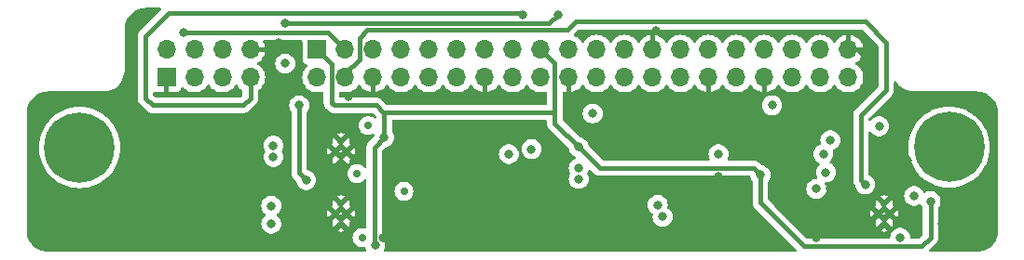
<source format=gbr>
%TF.GenerationSoftware,KiCad,Pcbnew,7.0.8*%
%TF.CreationDate,2024-02-04T14:44:40+01:00*%
%TF.ProjectId,HatV2,48617456-322e-46b6-9963-61645f706362,V2*%
%TF.SameCoordinates,PX5faea10PY6c663e8*%
%TF.FileFunction,Copper,L3,Inr*%
%TF.FilePolarity,Positive*%
%FSLAX46Y46*%
G04 Gerber Fmt 4.6, Leading zero omitted, Abs format (unit mm)*
G04 Created by KiCad (PCBNEW 7.0.8) date 2024-02-04 14:44:40*
%MOMM*%
%LPD*%
G01*
G04 APERTURE LIST*
%TA.AperFunction,ComponentPad*%
%ADD10C,0.500000*%
%TD*%
%TA.AperFunction,ComponentPad*%
%ADD11R,1.700000X1.700000*%
%TD*%
%TA.AperFunction,ComponentPad*%
%ADD12O,1.700000X1.700000*%
%TD*%
%TA.AperFunction,ComponentPad*%
%ADD13C,0.800000*%
%TD*%
%TA.AperFunction,ComponentPad*%
%ADD14C,6.400000*%
%TD*%
%TA.AperFunction,ViaPad*%
%ADD15C,0.800000*%
%TD*%
%TA.AperFunction,ViaPad*%
%ADD16C,0.700000*%
%TD*%
%TA.AperFunction,Conductor*%
%ADD17C,0.400000*%
%TD*%
G04 APERTURE END LIST*
D10*
%TO.N,GND*%
%TO.C,U7*%
X78425000Y3470000D03*
X77925000Y2570000D03*
X77925000Y4370000D03*
X77425000Y3470000D03*
%TD*%
D11*
%TO.N,+3V3*%
%TO.C,J5*%
X26411000Y18415000D03*
D12*
%TO.N,+5V*%
X26411000Y15875000D03*
%TO.N,/I2C_GP5_DAT*%
X28951000Y18415000D03*
%TO.N,+5V*%
X28951000Y15875000D03*
%TO.N,/I2C_GP5_CLK*%
X31491000Y18415000D03*
%TO.N,GND*%
X31491000Y15875000D03*
%TO.N,/MCLK05*%
X34031000Y18415000D03*
%TO.N,/UART1_TX*%
X34031000Y15875000D03*
%TO.N,GND*%
X36571000Y18415000D03*
%TO.N,/UART1_RX*%
X36571000Y15875000D03*
%TO.N,/UART1_RTS*%
X39111000Y18415000D03*
%TO.N,/I2S2_CLK*%
X39111000Y15875000D03*
%TO.N,/PWM01*%
X41651000Y18415000D03*
%TO.N,GND*%
X41651000Y15875000D03*
%TO.N,/GPIO27_PWM2*%
X44191000Y18415000D03*
%TO.N,/GPIO8_AO_DMIC_IN_DAT*%
X44191000Y15875000D03*
%TO.N,+3V3*%
X46731000Y18415000D03*
%TO.N,/GPIO35_PWM3*%
X46731000Y15875000D03*
%TO.N,/SPI1_MOSI*%
X49271000Y18415000D03*
%TO.N,GND*%
X49271000Y15875000D03*
%TO.N,/SPI1_MISO*%
X51811000Y18415000D03*
%TO.N,/GPIO17_40HEADER*%
X51811000Y15875000D03*
%TO.N,/SPI1_SCK*%
X54351000Y18415000D03*
%TO.N,/SPI1_CS0*%
X54351000Y15875000D03*
%TO.N,GND*%
X56891000Y18415000D03*
%TO.N,/SPI1_CS1*%
X56891000Y15875000D03*
%TO.N,/I2C_GP2_DAT*%
X59431000Y18415000D03*
%TO.N,/I2C_GP2_CLK*%
X59431000Y15875000D03*
%TO.N,/CAN0_DIN*%
X61971000Y18415000D03*
%TO.N,GND*%
X61971000Y15875000D03*
%TO.N,/CAN0_DOUT*%
X64511000Y18415000D03*
%TO.N,/GPIO9_CAN1_GPIO0_DMIC_CLK*%
X64511000Y15875000D03*
%TO.N,/CAN1_DOUT*%
X67051000Y18415000D03*
%TO.N,GND*%
X67051000Y15875000D03*
%TO.N,/I2S_FS*%
X69591000Y18415000D03*
%TO.N,/UART1_CTS*%
X69591000Y15875000D03*
%TO.N,/CAN1_DIN*%
X72131000Y18415000D03*
%TO.N,/I2S_SDIN*%
X72131000Y15875000D03*
%TO.N,GND*%
X74671000Y18415000D03*
%TO.N,/I2S_SDOUT*%
X74671000Y15875000D03*
%TD*%
D10*
%TO.N,GND*%
%TO.C,U1*%
X29075000Y9155000D03*
X28575000Y8255000D03*
X28575000Y10055000D03*
X28075000Y9155000D03*
%TD*%
D13*
%TO.N,N/C*%
%TO.C,H1*%
X4821000Y11897056D03*
X6518056Y7800000D03*
X6518056Y11194112D03*
X7221000Y9497056D03*
D14*
X4821000Y9497056D03*
D13*
X4821000Y7097056D03*
X3123944Y11194112D03*
X3123944Y7800000D03*
X2421000Y9497056D03*
%TD*%
D10*
%TO.N,GND*%
%TO.C,U3*%
X29075000Y3470000D03*
X28575000Y2570000D03*
X28575000Y4370000D03*
X28075000Y3470000D03*
%TD*%
D13*
%TO.N,N/C*%
%TO.C,H2*%
X83820000Y11925000D03*
X85517056Y7827944D03*
X85517056Y11222056D03*
X86220000Y9525000D03*
D14*
X83820000Y9525000D03*
D13*
X83820000Y7125000D03*
X82122944Y11222056D03*
X82122944Y7827944D03*
X81420000Y9525000D03*
%TD*%
D11*
%TO.N,GND*%
%TO.C,J6*%
X12700000Y15875000D03*
D12*
%TO.N,/I2C_GP5_DAT*%
X12700000Y18415000D03*
%TO.N,/I2C_GP5_CLK*%
X15240000Y15875000D03*
%TO.N,/PWM01*%
X15240000Y18415000D03*
%TO.N,/GPIO27_PWM2*%
X17780000Y15875000D03*
%TO.N,/GPIO35_PWM3*%
X17780000Y18415000D03*
%TO.N,/GPIO8_AO_DMIC_IN_DAT*%
X20320000Y15875000D03*
%TO.N,GND*%
X20320000Y18415000D03*
%TD*%
D15*
%TO.N,GND*%
X7467600Y13385800D03*
X9194800Y14198600D03*
X9093200Y12166600D03*
X84632800Y4546600D03*
X84632800Y3175000D03*
X84734400Y1905000D03*
X17780000Y6985000D03*
X37934857Y8572253D03*
X37934857Y10287198D03*
X38056197Y3802825D03*
X8890000Y635000D03*
X11430000Y635000D03*
X25400000Y635000D03*
X21590000Y635000D03*
X19050000Y635000D03*
X16510000Y635000D03*
X13970000Y6985000D03*
X16510000Y6985000D03*
X11430000Y8255000D03*
X8890000Y8255000D03*
X8890000Y5715000D03*
X86360000Y3175000D03*
X85750400Y736600D03*
X86360000Y1905000D03*
X86360000Y4445000D03*
X84277200Y584200D03*
X67310000Y635000D03*
X63500000Y635000D03*
X60960000Y635000D03*
X57150000Y635000D03*
X54610000Y635000D03*
X52070000Y635000D03*
X49530000Y635000D03*
X47091600Y533400D03*
X44450000Y635000D03*
X41910000Y635000D03*
X39370000Y635000D03*
X36830000Y635000D03*
X34290000Y635000D03*
X46990000Y4445000D03*
X80010000Y12065000D03*
X80010000Y8255000D03*
X78740000Y9525000D03*
X78740000Y10795000D03*
X78740000Y12065000D03*
X78740000Y13335000D03*
X80010000Y13335000D03*
X48260000Y4445000D03*
X45720000Y4445000D03*
X12700000Y12065000D03*
X10972800Y12065000D03*
X7620000Y1905000D03*
X5080000Y1905000D03*
X2540000Y1905000D03*
X7620000Y4445000D03*
X5080000Y4445000D03*
X2540000Y4445000D03*
X79375000Y5829500D03*
X28575000Y7455500D03*
X28575000Y1270000D03*
X69850000Y13335000D03*
X49530000Y13970000D03*
X29210000Y12065000D03*
X29210000Y14134500D03*
X77470000Y8255000D03*
X40005000Y14134500D03*
X28776756Y6219500D03*
X59055000Y3810000D03*
%TO.N,/CAN BUS SPI/CHS_N*%
X57346161Y4257617D03*
%TO.N,/CAN BUS SPI/CHS_P*%
X57785000Y3175000D03*
%TO.N,GND*%
X78105000Y6985000D03*
X71120000Y3339353D03*
X62865000Y6820500D03*
D16*
%TO.N,/CAN1_DIN*%
X34290000Y5496820D03*
D15*
%TO.N,GND*%
X76720500Y17145000D03*
X65405000Y14085419D03*
%TO.N,/I2C_GP5_CLK*%
X23495000Y17145000D03*
%TO.N,GND*%
X62075232Y14240187D03*
X57150000Y20155500D03*
X22860000Y19050000D03*
%TO.N,/RS232 to UART/V+*%
X45874467Y9349649D03*
X43815000Y8890000D03*
%TO.N,GND*%
X41275000Y10160000D03*
X41275000Y3732384D03*
%TO.N,/SPI to CAN/OSC2*%
X77470000Y11430000D03*
X73025000Y10160000D03*
%TO.N,+5V*%
X25400000Y6520820D03*
X76212898Y6127056D03*
X24765000Y13335000D03*
%TO.N,GND*%
X10795000Y10160000D03*
X23495000Y6985000D03*
X33655000Y8890000D03*
X32385000Y1270000D03*
X8890000Y3175000D03*
X23211114Y5363886D03*
X19685000Y11430000D03*
X22910500Y11777144D03*
X71755000Y1270000D03*
X19050000Y3359049D03*
X83185000Y2540000D03*
X58420000Y9525000D03*
X18415000Y9094423D03*
X73025000Y5715000D03*
X22934844Y635000D03*
%TO.N,+3V3*%
X66675000Y6985000D03*
X82143669Y4602226D03*
X50165000Y9525000D03*
X32489192Y10404500D03*
X31678245Y563245D03*
%TO.N,/I2C_GP5_DAT*%
X14287500Y20002500D03*
%TO.N,/GPIO8_AO_DMIC_IN_DAT*%
X45085000Y21590000D03*
%TO.N,/GPIO35_PWM3*%
X23495000Y20790500D03*
X48260000Y21590000D03*
%TO.N,/SPI1_MISO*%
X51435000Y12585500D03*
%TO.N,/GPIO17_40HEADER*%
X72390000Y8890000D03*
%TO.N,/SPI1_CS0*%
X67730304Y13335919D03*
X62869984Y8890000D03*
D16*
%TO.N,/CAN0_DIN*%
X31043245Y11501755D03*
%TO.N,/CAN0_DOUT*%
X30016904Y7110660D03*
%TO.N,/CAN1_DOUT*%
X30480000Y1270000D03*
D15*
%TO.N,/RS232 to UART/RIN1*%
X50165000Y6620497D03*
%TO.N,/RS232 to UART/DOUT1*%
X50165000Y7620000D03*
%TO.N,/CAN BUS SPI/TDX_SPI*%
X71755000Y5715000D03*
X79375000Y1270000D03*
%TO.N,/CAN BUS SPI/RDX_SPI*%
X80645000Y5080000D03*
X72637832Y7232832D03*
%TO.N,/CAN BUS 0/CH0+*%
X22428704Y8619923D03*
%TO.N,/CAN BUS 0/CH0-*%
X22428704Y9669923D03*
%TO.N,/CAN BUS 1/CH1+*%
X22225000Y2540000D03*
%TO.N,/CAN BUS 1/CH1-*%
X22225000Y4174503D03*
%TD*%
D17*
%TO.N,+3V3*%
X81318338Y470000D02*
X82143669Y1295331D01*
X70650000Y470000D02*
X81318338Y470000D01*
X82143669Y1295331D02*
X82143669Y4602226D01*
X66675000Y6985000D02*
X66675000Y4445000D01*
X66675000Y4445000D02*
X70650000Y470000D01*
%TO.N,/I2C_GP5_DAT*%
X27375500Y19990500D02*
X28951000Y18415000D01*
X14299500Y19990500D02*
X27375500Y19990500D01*
X14287500Y20002500D02*
X14299500Y19990500D01*
%TO.N,+3V3*%
X66040000Y7620000D02*
X52070000Y7620000D01*
X66675000Y6985000D02*
X66040000Y7620000D01*
X52070000Y7620000D02*
X50165000Y9525000D01*
%TO.N,GND*%
X75450500Y18415000D02*
X74671000Y18415000D01*
X76720500Y17145000D02*
X75450500Y18415000D01*
%TO.N,+5V*%
X28951000Y16251000D02*
X28951000Y15875000D01*
X30241000Y17541000D02*
X28951000Y16251000D01*
X30241000Y19506060D02*
X30241000Y17541000D01*
X30925440Y20190500D02*
X30241000Y19506060D01*
X78105000Y19050000D02*
X76200000Y20955000D01*
X49122027Y20190500D02*
X30925440Y20190500D01*
X78105000Y14768310D02*
X78105000Y19050000D01*
X75800845Y12464155D02*
X78105000Y14768310D01*
X75800845Y6539109D02*
X75800845Y12464155D01*
X76200000Y20955000D02*
X49886527Y20955000D01*
X49886527Y20955000D02*
X49122027Y20190500D01*
X76212898Y6127056D02*
X75800845Y6539109D01*
%TO.N,/GPIO8_AO_DMIC_IN_DAT*%
X20320000Y13970000D02*
X20320000Y15875000D01*
X11430000Y13335000D02*
X19685000Y13335000D01*
X19685000Y13335000D02*
X20320000Y13970000D01*
X10795000Y19615560D02*
X10795000Y13970000D01*
X12934440Y21755000D02*
X10795000Y19615560D01*
X45085000Y21590000D02*
X44920000Y21755000D01*
X44920000Y21755000D02*
X12934440Y21755000D01*
X10795000Y13970000D02*
X11430000Y13335000D01*
%TO.N,+5V*%
X24765000Y7155820D02*
X25400000Y6520820D01*
X24765000Y13335000D02*
X24765000Y7155820D01*
%TO.N,/GPIO35_PWM3*%
X47460500Y20790500D02*
X23495000Y20790500D01*
X48260000Y21590000D02*
X47460500Y20790500D01*
%TO.N,+3V3*%
X27701000Y17125000D02*
X26411000Y18415000D01*
X47981000Y12700000D02*
X47981000Y17165000D01*
X32489192Y10404500D02*
X32489192Y12595808D01*
X47981000Y17165000D02*
X46731000Y18415000D01*
X27701000Y13574000D02*
X27701000Y17125000D01*
X32385000Y12700000D02*
X47981000Y12700000D01*
X47981000Y11709000D02*
X47981000Y12700000D01*
X32489192Y10404500D02*
X31585000Y9500308D01*
X31585000Y9500308D02*
X31585000Y656490D01*
X27940000Y13335000D02*
X27701000Y13574000D01*
X50165000Y9525000D02*
X47981000Y11709000D01*
X31750000Y13335000D02*
X27940000Y13335000D01*
X32489192Y12595808D02*
X32385000Y12700000D01*
X31585000Y656490D02*
X31678245Y563245D01*
X32385000Y12700000D02*
X31750000Y13335000D01*
%TD*%
%TA.AperFunction,Conductor*%
%TO.N,GND*%
G36*
X12180960Y22204815D02*
G01*
X12226715Y22152011D01*
X12236659Y22082853D01*
X12207634Y22019297D01*
X12201602Y22012819D01*
X10315966Y20127185D01*
X10313240Y20124618D01*
X10266818Y20083492D01*
X10231586Y20032451D01*
X10229368Y20029436D01*
X10191124Y19980621D01*
X10191119Y19980612D01*
X10186960Y19971372D01*
X10175942Y19951837D01*
X10170187Y19943499D01*
X10170183Y19943493D01*
X10170182Y19943490D01*
X10170180Y19943486D01*
X10170179Y19943483D01*
X10148189Y19885505D01*
X10146757Y19882047D01*
X10121305Y19825492D01*
X10119477Y19815518D01*
X10113453Y19793907D01*
X10109860Y19784433D01*
X10109859Y19784432D01*
X10102384Y19722875D01*
X10101821Y19719174D01*
X10090642Y19658170D01*
X10090642Y19658165D01*
X10094387Y19596258D01*
X10094500Y19592513D01*
X10094500Y13993049D01*
X10094387Y13989304D01*
X10090642Y13927397D01*
X10090642Y13927395D01*
X10101821Y13866388D01*
X10102384Y13862687D01*
X10109859Y13801130D01*
X10109860Y13801126D01*
X10113451Y13791657D01*
X10119474Y13770054D01*
X10121304Y13760070D01*
X10146759Y13703510D01*
X10148189Y13700059D01*
X10170182Y13642070D01*
X10170183Y13642069D01*
X10175936Y13633734D01*
X10186961Y13614187D01*
X10191120Y13604945D01*
X10191124Y13604940D01*
X10229371Y13556122D01*
X10231591Y13553104D01*
X10266812Y13502076D01*
X10266816Y13502072D01*
X10266817Y13502071D01*
X10313238Y13460946D01*
X10315941Y13458402D01*
X10918392Y12855952D01*
X10920928Y12853258D01*
X10962071Y12806817D01*
X10995655Y12783636D01*
X11013115Y12771584D01*
X11016120Y12769374D01*
X11064944Y12731122D01*
X11064946Y12731121D01*
X11064949Y12731119D01*
X11074177Y12726966D01*
X11093731Y12715938D01*
X11102066Y12710184D01*
X11102068Y12710184D01*
X11102070Y12710182D01*
X11160079Y12688183D01*
X11163476Y12686776D01*
X11210770Y12665491D01*
X11220064Y12661307D01*
X11220065Y12661307D01*
X11220069Y12661305D01*
X11230034Y12659479D01*
X11251656Y12653452D01*
X11251667Y12653448D01*
X11261128Y12649860D01*
X11306251Y12644382D01*
X11322674Y12642387D01*
X11326371Y12641825D01*
X11387394Y12630642D01*
X11442752Y12633991D01*
X11449303Y12634387D01*
X11453048Y12634500D01*
X19661952Y12634500D01*
X19665697Y12634387D01*
X19673042Y12633943D01*
X19727606Y12630642D01*
X19765314Y12637553D01*
X19788621Y12641823D01*
X19792325Y12642387D01*
X19810170Y12644554D01*
X19853872Y12649860D01*
X19863335Y12653450D01*
X19884961Y12659478D01*
X19885893Y12659649D01*
X19894932Y12661305D01*
X19951512Y12686771D01*
X19954942Y12688191D01*
X20012930Y12710182D01*
X20021266Y12715938D01*
X20040821Y12726966D01*
X20050057Y12731122D01*
X20098896Y12769387D01*
X20101876Y12771579D01*
X20152929Y12806817D01*
X20194065Y12853252D01*
X20196599Y12855944D01*
X20675654Y13335000D01*
X23859540Y13335000D01*
X23879326Y13146744D01*
X23879327Y13146741D01*
X23937818Y12966723D01*
X23937821Y12966716D01*
X24032466Y12802785D01*
X24032648Y12802583D01*
X24032716Y12802441D01*
X24036285Y12797529D01*
X24035386Y12796877D01*
X24062879Y12739592D01*
X24064500Y12719609D01*
X24064500Y7178869D01*
X24064387Y7175124D01*
X24060642Y7113217D01*
X24060642Y7113215D01*
X24071821Y7052208D01*
X24072384Y7048507D01*
X24079859Y6986950D01*
X24079860Y6986946D01*
X24083451Y6977477D01*
X24089474Y6955874D01*
X24091304Y6945890D01*
X24116759Y6889330D01*
X24118189Y6885879D01*
X24140182Y6827890D01*
X24140183Y6827889D01*
X24145936Y6819554D01*
X24156961Y6800007D01*
X24161120Y6790765D01*
X24161124Y6790760D01*
X24176434Y6771219D01*
X24198326Y6743275D01*
X24199371Y6741942D01*
X24201591Y6738924D01*
X24236812Y6687896D01*
X24236816Y6687892D01*
X24236817Y6687891D01*
X24283250Y6646756D01*
X24285941Y6644222D01*
X24403039Y6527124D01*
X24473495Y6456668D01*
X24506980Y6395345D01*
X24509134Y6381951D01*
X24514325Y6332571D01*
X24514327Y6332560D01*
X24572818Y6152543D01*
X24572821Y6152536D01*
X24667467Y5988604D01*
X24772049Y5872454D01*
X24794129Y5847932D01*
X24947265Y5736672D01*
X24947270Y5736669D01*
X25120192Y5659678D01*
X25120197Y5659676D01*
X25305354Y5620320D01*
X25305355Y5620320D01*
X25494644Y5620320D01*
X25494646Y5620320D01*
X25679803Y5659676D01*
X25852730Y5736669D01*
X26005871Y5847932D01*
X26132533Y5988604D01*
X26227179Y6152536D01*
X26285674Y6332564D01*
X26305460Y6520820D01*
X26285674Y6709076D01*
X26227179Y6889104D01*
X26132533Y7053036D01*
X26005871Y7193708D01*
X26005870Y7193709D01*
X25852734Y7304969D01*
X25852729Y7304972D01*
X25679807Y7381963D01*
X25679802Y7381965D01*
X25563719Y7406639D01*
X25502237Y7439832D01*
X25468461Y7500995D01*
X25465500Y7527929D01*
X25465500Y7574734D01*
X28248285Y7574734D01*
X28407056Y7519176D01*
X28574996Y7500254D01*
X28575004Y7500254D01*
X28742943Y7519176D01*
X28901713Y7574733D01*
X28901714Y7574734D01*
X28575001Y7901447D01*
X28575000Y7901447D01*
X28248285Y7574734D01*
X25465500Y7574734D01*
X25465500Y8474734D01*
X27748285Y8474734D01*
X27748313Y8474610D01*
X27804781Y8434109D01*
X27830528Y8369157D01*
X27830270Y8343908D01*
X27820254Y8255006D01*
X27820254Y8254997D01*
X27839175Y8087062D01*
X27839176Y8087057D01*
X27894732Y7928287D01*
X28188954Y8222508D01*
X28475000Y8222508D01*
X28513197Y8169935D01*
X28559162Y8155000D01*
X28590838Y8155000D01*
X28636803Y8169935D01*
X28675000Y8222508D01*
X28675000Y8287492D01*
X28636803Y8340065D01*
X28590838Y8355000D01*
X28559162Y8355000D01*
X28513197Y8340065D01*
X28475000Y8287492D01*
X28475000Y8222508D01*
X28188954Y8222508D01*
X28421447Y8455000D01*
X28728553Y8455000D01*
X29255265Y7928287D01*
X29255266Y7928287D01*
X29310824Y8087057D01*
X29329746Y8254997D01*
X29329746Y8255003D01*
X29319729Y8343906D01*
X29331783Y8412728D01*
X29379132Y8464108D01*
X29401705Y8474697D01*
X29401714Y8474734D01*
X29075000Y8801447D01*
X28728553Y8455000D01*
X28421447Y8455000D01*
X28421447Y8455001D01*
X28075001Y8801447D01*
X28075000Y8801447D01*
X27748285Y8474734D01*
X25465500Y8474734D01*
X25465500Y9154997D01*
X27320254Y9154997D01*
X27339175Y8987062D01*
X27339176Y8987057D01*
X27394732Y8828286D01*
X27688955Y9122508D01*
X27975000Y9122508D01*
X28013197Y9069935D01*
X28059162Y9055000D01*
X28090838Y9055000D01*
X28136803Y9069935D01*
X28175000Y9122508D01*
X28175000Y9155000D01*
X28428553Y9155000D01*
X28575000Y9008553D01*
X28688955Y9122508D01*
X28975000Y9122508D01*
X29013197Y9069935D01*
X29059162Y9055000D01*
X29090838Y9055000D01*
X29136803Y9069935D01*
X29175000Y9122508D01*
X29175000Y9154999D01*
X29428553Y9154999D01*
X29755266Y8828286D01*
X29755267Y8828287D01*
X29810824Y8987057D01*
X29829746Y9154997D01*
X29829746Y9155004D01*
X29810824Y9322944D01*
X29755266Y9481715D01*
X29428553Y9155001D01*
X29428553Y9154999D01*
X29175000Y9154999D01*
X29175000Y9187492D01*
X29136803Y9240065D01*
X29090838Y9255000D01*
X29059162Y9255000D01*
X29013197Y9240065D01*
X28975000Y9187492D01*
X28975000Y9122508D01*
X28688955Y9122508D01*
X28721447Y9155000D01*
X28575000Y9301447D01*
X28428553Y9155000D01*
X28175000Y9155000D01*
X28175000Y9187492D01*
X28136803Y9240065D01*
X28090838Y9255000D01*
X28059162Y9255000D01*
X28013197Y9240065D01*
X27975000Y9187492D01*
X27975000Y9122508D01*
X27688955Y9122508D01*
X27721447Y9155000D01*
X27394732Y9481715D01*
X27339176Y9322947D01*
X27339175Y9322942D01*
X27320254Y9155004D01*
X27320254Y9154997D01*
X25465500Y9154997D01*
X25465500Y9835268D01*
X27748284Y9835268D01*
X28074999Y9508553D01*
X28421447Y9855000D01*
X28728553Y9855000D01*
X29075000Y9508553D01*
X29075001Y9508553D01*
X29401714Y9835268D01*
X29401685Y9835393D01*
X29345218Y9875893D01*
X29319471Y9940845D01*
X29319729Y9966096D01*
X29329746Y10054998D01*
X29329746Y10055004D01*
X29310824Y10222944D01*
X29255266Y10381715D01*
X28728553Y9855001D01*
X28728553Y9855000D01*
X28421447Y9855000D01*
X28253939Y10022508D01*
X28475000Y10022508D01*
X28513197Y9969935D01*
X28559162Y9955000D01*
X28590838Y9955000D01*
X28636803Y9969935D01*
X28675000Y10022508D01*
X28675000Y10087492D01*
X28636803Y10140065D01*
X28590838Y10155000D01*
X28559162Y10155000D01*
X28513197Y10140065D01*
X28475000Y10087492D01*
X28475000Y10022508D01*
X28253939Y10022508D01*
X27894732Y10381715D01*
X27839176Y10222947D01*
X27839175Y10222942D01*
X27820254Y10055004D01*
X27820254Y10054996D01*
X27830270Y9966095D01*
X27818215Y9897273D01*
X27770866Y9845894D01*
X27748293Y9835307D01*
X27748284Y9835268D01*
X25465500Y9835268D01*
X25465500Y10735268D01*
X28248285Y10735268D01*
X28575000Y10408553D01*
X28575001Y10408553D01*
X28901714Y10735268D01*
X28742943Y10790824D01*
X28742938Y10790825D01*
X28575004Y10809746D01*
X28574996Y10809746D01*
X28407058Y10790825D01*
X28407053Y10790824D01*
X28248285Y10735268D01*
X25465500Y10735268D01*
X25465500Y12719609D01*
X25485185Y12786648D01*
X25497352Y12802583D01*
X25497533Y12802784D01*
X25592179Y12966716D01*
X25650674Y13146744D01*
X25670460Y13335000D01*
X25650674Y13523256D01*
X25592179Y13703284D01*
X25497533Y13867216D01*
X25370871Y14007888D01*
X25370870Y14007889D01*
X25217734Y14119149D01*
X25217729Y14119152D01*
X25044807Y14196143D01*
X25044802Y14196145D01*
X24899001Y14227135D01*
X24859646Y14235500D01*
X24670354Y14235500D01*
X24637897Y14228602D01*
X24485197Y14196145D01*
X24485192Y14196143D01*
X24312270Y14119152D01*
X24312265Y14119149D01*
X24159129Y14007889D01*
X24032466Y13867215D01*
X23937821Y13703285D01*
X23937818Y13703278D01*
X23879327Y13523260D01*
X23879326Y13523256D01*
X23859540Y13335000D01*
X20675654Y13335000D01*
X20799048Y13458394D01*
X20801740Y13460928D01*
X20848183Y13502071D01*
X20883427Y13553133D01*
X20885634Y13556131D01*
X20896573Y13570093D01*
X20923878Y13604944D01*
X20928037Y13614187D01*
X20939061Y13633732D01*
X20944818Y13642070D01*
X20966810Y13700061D01*
X20968232Y13703497D01*
X20993695Y13760069D01*
X20995522Y13770041D01*
X21001546Y13791653D01*
X21005140Y13801128D01*
X21010797Y13847727D01*
X21012613Y13862676D01*
X21013177Y13866381D01*
X21024358Y13927395D01*
X21024357Y13927396D01*
X21020613Y13989304D01*
X21020500Y13993049D01*
X21020500Y14652289D01*
X21040185Y14719328D01*
X21073377Y14753864D01*
X21114865Y14782914D01*
X21191401Y14836505D01*
X21358495Y15003599D01*
X21494035Y15197170D01*
X21593903Y15411337D01*
X21655063Y15639592D01*
X21675659Y15875000D01*
X21655063Y16110408D01*
X21593903Y16338663D01*
X21494035Y16552829D01*
X21488731Y16560405D01*
X21358494Y16746403D01*
X21191402Y16913494D01*
X21191401Y16913495D01*
X21023844Y17030820D01*
X21005405Y17043731D01*
X20961781Y17098308D01*
X20956948Y17145000D01*
X22589540Y17145000D01*
X22609326Y16956744D01*
X22609327Y16956741D01*
X22667818Y16776723D01*
X22667821Y16776716D01*
X22762467Y16612784D01*
X22889129Y16472112D01*
X23042265Y16360852D01*
X23042270Y16360849D01*
X23215192Y16283858D01*
X23215197Y16283856D01*
X23400354Y16244500D01*
X23400355Y16244500D01*
X23589644Y16244500D01*
X23589646Y16244500D01*
X23774803Y16283856D01*
X23947730Y16360849D01*
X24100871Y16472112D01*
X24227533Y16612784D01*
X24322179Y16776716D01*
X24380674Y16956744D01*
X24400460Y17145000D01*
X24380674Y17333256D01*
X24322179Y17513284D01*
X24227533Y17677216D01*
X24100871Y17817888D01*
X24100870Y17817889D01*
X23947734Y17929149D01*
X23947729Y17929152D01*
X23774807Y18006143D01*
X23774802Y18006145D01*
X23629001Y18037135D01*
X23589646Y18045500D01*
X23400354Y18045500D01*
X23367897Y18038602D01*
X23215197Y18006145D01*
X23215192Y18006143D01*
X23042270Y17929152D01*
X23042265Y17929149D01*
X22889129Y17817889D01*
X22762466Y17677215D01*
X22667821Y17513285D01*
X22667818Y17513278D01*
X22609327Y17333260D01*
X22609326Y17333256D01*
X22589540Y17145000D01*
X20956948Y17145000D01*
X20954588Y17167807D01*
X20986110Y17230161D01*
X21005405Y17246881D01*
X21191082Y17376895D01*
X21358105Y17543918D01*
X21493600Y17737422D01*
X21593429Y17951508D01*
X21593432Y17951514D01*
X21650636Y18165000D01*
X20753686Y18165000D01*
X20779493Y18205156D01*
X20820000Y18343111D01*
X20820000Y18486889D01*
X20779493Y18624844D01*
X20753686Y18665000D01*
X21650636Y18665000D01*
X21650635Y18665001D01*
X21593432Y18878487D01*
X21593429Y18878493D01*
X21493600Y19092578D01*
X21493595Y19092586D01*
X21491988Y19094882D01*
X21491592Y19096056D01*
X21490894Y19097265D01*
X21491137Y19097406D01*
X21469663Y19161089D01*
X21486677Y19228855D01*
X21537628Y19276666D01*
X21593566Y19290000D01*
X24936500Y19290000D01*
X25003539Y19270315D01*
X25049294Y19217511D01*
X25060500Y19166000D01*
X25060500Y17517130D01*
X25060501Y17517124D01*
X25066908Y17457517D01*
X25117202Y17322672D01*
X25117206Y17322665D01*
X25203452Y17207456D01*
X25203455Y17207453D01*
X25318664Y17121207D01*
X25318671Y17121203D01*
X25450081Y17072190D01*
X25506015Y17030319D01*
X25530432Y16964855D01*
X25515580Y16896582D01*
X25494430Y16868327D01*
X25372503Y16746400D01*
X25236965Y16552831D01*
X25236964Y16552829D01*
X25137098Y16338665D01*
X25137094Y16338656D01*
X25075938Y16110414D01*
X25075936Y16110404D01*
X25055341Y15875001D01*
X25055341Y15875000D01*
X25075936Y15639597D01*
X25075938Y15639587D01*
X25137094Y15411345D01*
X25137096Y15411341D01*
X25137097Y15411337D01*
X25216801Y15240412D01*
X25236965Y15197170D01*
X25236967Y15197166D01*
X25323003Y15074295D01*
X25372505Y15003599D01*
X25539599Y14836505D01*
X25609438Y14787603D01*
X25733165Y14700968D01*
X25733167Y14700967D01*
X25733170Y14700965D01*
X25947337Y14601097D01*
X25947343Y14601096D01*
X25947344Y14601095D01*
X25988849Y14589974D01*
X26175592Y14539937D01*
X26346319Y14525000D01*
X26410999Y14519341D01*
X26411000Y14519341D01*
X26411001Y14519341D01*
X26475681Y14525000D01*
X26646408Y14539937D01*
X26844407Y14592990D01*
X26914257Y14591327D01*
X26972119Y14552164D01*
X26999623Y14487936D01*
X27000500Y14473215D01*
X27000500Y13597049D01*
X27000387Y13593304D01*
X26996642Y13531397D01*
X26996642Y13531395D01*
X27007821Y13470388D01*
X27008384Y13466687D01*
X27015859Y13405130D01*
X27015860Y13405126D01*
X27019451Y13395657D01*
X27025474Y13374054D01*
X27027304Y13364070D01*
X27052759Y13307510D01*
X27054189Y13304059D01*
X27076182Y13246070D01*
X27076183Y13246069D01*
X27081936Y13237734D01*
X27092961Y13218187D01*
X27097120Y13208945D01*
X27097124Y13208940D01*
X27135371Y13160122D01*
X27137591Y13157104D01*
X27172812Y13106076D01*
X27172816Y13106072D01*
X27172817Y13106071D01*
X27219250Y13064936D01*
X27221941Y13062402D01*
X27428399Y12855944D01*
X27430935Y12853250D01*
X27472071Y12806817D01*
X27519962Y12773760D01*
X27523106Y12771590D01*
X27526122Y12769370D01*
X27552490Y12748713D01*
X27574943Y12731122D01*
X27574950Y12731119D01*
X27584182Y12726964D01*
X27603731Y12715938D01*
X27612070Y12710182D01*
X27670058Y12688191D01*
X27673496Y12686766D01*
X27730068Y12661305D01*
X27740042Y12659478D01*
X27761656Y12653452D01*
X27771127Y12649860D01*
X27832673Y12642387D01*
X27836370Y12641825D01*
X27897394Y12630642D01*
X27952377Y12633969D01*
X27959303Y12634387D01*
X27963048Y12634500D01*
X31408481Y12634500D01*
X31475520Y12614815D01*
X31496162Y12598181D01*
X31750524Y12343819D01*
X31784009Y12282496D01*
X31779025Y12212804D01*
X31737153Y12156871D01*
X31671689Y12132454D01*
X31603416Y12147306D01*
X31589957Y12155821D01*
X31470843Y12242364D01*
X31470842Y12242365D01*
X31470838Y12242367D01*
X31307512Y12315084D01*
X31307510Y12315085D01*
X31172324Y12343819D01*
X31132636Y12352255D01*
X30953854Y12352255D01*
X30923199Y12345740D01*
X30778978Y12315085D01*
X30778973Y12315083D01*
X30615653Y12242368D01*
X30471013Y12137280D01*
X30351385Y12004419D01*
X30261995Y11849591D01*
X30261992Y11849585D01*
X30206749Y11679563D01*
X30206748Y11679561D01*
X30188060Y11501755D01*
X30206748Y11323950D01*
X30206749Y11323948D01*
X30261992Y11153926D01*
X30261995Y11153920D01*
X30351386Y10999090D01*
X30389483Y10956779D01*
X30471009Y10866234D01*
X30471012Y10866232D01*
X30471015Y10866229D01*
X30615652Y10761143D01*
X30778978Y10688426D01*
X30953854Y10651255D01*
X30953855Y10651255D01*
X31132634Y10651255D01*
X31132636Y10651255D01*
X31307512Y10688426D01*
X31435497Y10745409D01*
X31504743Y10754692D01*
X31568020Y10725064D01*
X31605233Y10665929D01*
X31604597Y10599173D01*
X31604870Y10599115D01*
X31604584Y10597771D01*
X31604568Y10596062D01*
X31603862Y10593817D01*
X31603520Y10592767D01*
X31603517Y10592750D01*
X31598326Y10543371D01*
X31571741Y10478757D01*
X31562687Y10468654D01*
X31105966Y10011933D01*
X31103240Y10009366D01*
X31056818Y9968240D01*
X31021586Y9917199D01*
X31019368Y9914184D01*
X30981124Y9865369D01*
X30981119Y9865360D01*
X30976960Y9856120D01*
X30965942Y9836585D01*
X30960187Y9828247D01*
X30960183Y9828241D01*
X30960182Y9828238D01*
X30960180Y9828234D01*
X30960179Y9828231D01*
X30938189Y9770253D01*
X30936757Y9766795D01*
X30911305Y9710240D01*
X30909477Y9700266D01*
X30903453Y9678655D01*
X30899860Y9669181D01*
X30899859Y9669180D01*
X30892384Y9607623D01*
X30891821Y9603922D01*
X30880642Y9542918D01*
X30880642Y9542913D01*
X30884387Y9481006D01*
X30884500Y9477261D01*
X30884500Y7741181D01*
X30864815Y7674142D01*
X30812011Y7628387D01*
X30742853Y7618443D01*
X30679297Y7647468D01*
X30668350Y7658209D01*
X30589139Y7746182D01*
X30589136Y7746184D01*
X30589135Y7746185D01*
X30589134Y7746186D01*
X30444497Y7851272D01*
X30281171Y7923989D01*
X30281169Y7923990D01*
X30153498Y7951127D01*
X30106295Y7961160D01*
X29927513Y7961160D01*
X29896858Y7954645D01*
X29752637Y7923990D01*
X29752632Y7923988D01*
X29589312Y7851273D01*
X29444672Y7746185D01*
X29443734Y7745142D01*
X29443039Y7744714D01*
X29440681Y7742592D01*
X29438030Y7738808D01*
X29325044Y7613324D01*
X29235654Y7458496D01*
X29235651Y7458490D01*
X29180408Y7288468D01*
X29180407Y7288466D01*
X29161719Y7110660D01*
X29180407Y6932855D01*
X29180408Y6932853D01*
X29235651Y6762831D01*
X29235654Y6762825D01*
X29325045Y6607995D01*
X29353723Y6576145D01*
X29444668Y6475139D01*
X29444671Y6475137D01*
X29444674Y6475134D01*
X29589311Y6370048D01*
X29752637Y6297331D01*
X29927513Y6260160D01*
X29927514Y6260160D01*
X30106293Y6260160D01*
X30106295Y6260160D01*
X30281171Y6297331D01*
X30444497Y6370048D01*
X30589134Y6475134D01*
X30593642Y6480140D01*
X30668350Y6563112D01*
X30727836Y6599761D01*
X30797693Y6598431D01*
X30855742Y6559544D01*
X30883552Y6495448D01*
X30884500Y6480140D01*
X30884500Y2206649D01*
X30864815Y2139610D01*
X30812011Y2093855D01*
X30742853Y2083911D01*
X30734719Y2085359D01*
X30617877Y2110194D01*
X30569391Y2120500D01*
X30390609Y2120500D01*
X30359954Y2113985D01*
X30215733Y2083330D01*
X30215728Y2083328D01*
X30052408Y2010613D01*
X29907768Y1905525D01*
X29788140Y1772664D01*
X29698750Y1617836D01*
X29698747Y1617830D01*
X29643504Y1447808D01*
X29643503Y1447806D01*
X29624815Y1270000D01*
X29643503Y1092195D01*
X29643504Y1092193D01*
X29698747Y922171D01*
X29698750Y922165D01*
X29788141Y767335D01*
X29807699Y745614D01*
X29907764Y634479D01*
X29907767Y634477D01*
X29907770Y634474D01*
X30052407Y529388D01*
X30215733Y456671D01*
X30390609Y419500D01*
X30390610Y419500D01*
X30569389Y419500D01*
X30569391Y419500D01*
X30655414Y437785D01*
X30725081Y432469D01*
X30780815Y390332D01*
X30799126Y354813D01*
X30851063Y194968D01*
X30851067Y194959D01*
X30855952Y186498D01*
X30872423Y118598D01*
X30849570Y52571D01*
X30794648Y9382D01*
X30748564Y500D01*
X1907023Y500D01*
X1902975Y633D01*
X1853980Y3844D01*
X1821364Y5982D01*
X1707105Y14154D01*
X1652537Y18057D01*
X1644860Y19091D01*
X1625811Y22880D01*
X1584844Y31029D01*
X1532791Y41383D01*
X1507281Y46933D01*
X1397069Y70908D01*
X1390314Y72783D01*
X1276156Y111534D01*
X1194078Y142147D01*
X1151219Y158133D01*
X1145466Y160617D01*
X1034907Y215140D01*
X919606Y278099D01*
X914872Y280965D01*
X852784Y322450D01*
X812510Y349361D01*
X809812Y351270D01*
X706478Y428625D01*
X702777Y431626D01*
X609878Y513095D01*
X606935Y515852D01*
X515849Y606938D01*
X513090Y609884D01*
X511365Y611851D01*
X431620Y702783D01*
X428629Y706473D01*
X351255Y809833D01*
X349369Y812496D01*
X280963Y914874D01*
X278097Y919608D01*
X276866Y921862D01*
X220335Y1025392D01*
X215139Y1034908D01*
X201917Y1061718D01*
X160607Y1145487D01*
X158136Y1151208D01*
X111531Y1276162D01*
X72778Y1390325D01*
X70910Y1397055D01*
X41386Y1532773D01*
X19085Y1644888D01*
X18058Y1652511D01*
X5992Y1821200D01*
X1501Y1889734D01*
X633Y1902982D01*
X500Y1907036D01*
X500Y2540000D01*
X21319540Y2540000D01*
X21339326Y2351744D01*
X21339327Y2351741D01*
X21397818Y2171723D01*
X21397821Y2171716D01*
X21492467Y2007784D01*
X21587872Y1901826D01*
X21619129Y1867112D01*
X21772265Y1755852D01*
X21772270Y1755849D01*
X21945192Y1678858D01*
X21945197Y1678856D01*
X22130354Y1639500D01*
X22130355Y1639500D01*
X22319644Y1639500D01*
X22319646Y1639500D01*
X22504803Y1678856D01*
X22677730Y1755849D01*
X22830871Y1867112D01*
X22851240Y1889734D01*
X28248285Y1889734D01*
X28407056Y1834176D01*
X28574996Y1815254D01*
X28575004Y1815254D01*
X28742943Y1834176D01*
X28901713Y1889733D01*
X28901714Y1889734D01*
X28575001Y2216447D01*
X28575000Y2216447D01*
X28248285Y1889734D01*
X22851240Y1889734D01*
X22957533Y2007784D01*
X23052179Y2171716D01*
X23110674Y2351744D01*
X23130460Y2540000D01*
X23110674Y2728256D01*
X23090698Y2789734D01*
X27748285Y2789734D01*
X27748313Y2789610D01*
X27804781Y2749109D01*
X27830528Y2684157D01*
X27830270Y2658908D01*
X27820254Y2570006D01*
X27820254Y2569997D01*
X27839175Y2402062D01*
X27839176Y2402057D01*
X27894732Y2243287D01*
X28188954Y2537508D01*
X28475000Y2537508D01*
X28513197Y2484935D01*
X28559162Y2470000D01*
X28590838Y2470000D01*
X28636803Y2484935D01*
X28675000Y2537508D01*
X28675000Y2602492D01*
X28636803Y2655065D01*
X28590838Y2670000D01*
X28559162Y2670000D01*
X28513197Y2655065D01*
X28475000Y2602492D01*
X28475000Y2537508D01*
X28188954Y2537508D01*
X28421447Y2770000D01*
X28728553Y2770000D01*
X29255266Y2243287D01*
X29255267Y2243287D01*
X29310824Y2402057D01*
X29329746Y2569997D01*
X29329746Y2570003D01*
X29319729Y2658906D01*
X29331783Y2727728D01*
X29379132Y2779108D01*
X29401705Y2789697D01*
X29401714Y2789734D01*
X29075000Y3116447D01*
X28728553Y2770000D01*
X28421447Y2770000D01*
X28421447Y2770001D01*
X28075001Y3116447D01*
X28075000Y3116447D01*
X27748285Y2789734D01*
X23090698Y2789734D01*
X23052179Y2908284D01*
X22957533Y3072216D01*
X22830871Y3212888D01*
X22770247Y3256934D01*
X22727581Y3312264D01*
X22721602Y3381877D01*
X22754208Y3443672D01*
X22770240Y3457565D01*
X22787352Y3469997D01*
X27320254Y3469997D01*
X27339175Y3302062D01*
X27339176Y3302057D01*
X27394732Y3143286D01*
X27688955Y3437508D01*
X27975000Y3437508D01*
X28013197Y3384935D01*
X28059162Y3370000D01*
X28090838Y3370000D01*
X28136803Y3384935D01*
X28175000Y3437508D01*
X28175000Y3470000D01*
X28428553Y3470000D01*
X28575000Y3323553D01*
X28688955Y3437508D01*
X28975000Y3437508D01*
X29013197Y3384935D01*
X29059162Y3370000D01*
X29090838Y3370000D01*
X29136803Y3384935D01*
X29175000Y3437508D01*
X29175000Y3469999D01*
X29428553Y3469999D01*
X29755266Y3143286D01*
X29755267Y3143287D01*
X29810824Y3302057D01*
X29829746Y3469997D01*
X29829746Y3470004D01*
X29810824Y3637944D01*
X29755266Y3796715D01*
X29428553Y3470001D01*
X29428553Y3469999D01*
X29175000Y3469999D01*
X29175000Y3502492D01*
X29136803Y3555065D01*
X29090838Y3570000D01*
X29059162Y3570000D01*
X29013197Y3555065D01*
X28975000Y3502492D01*
X28975000Y3437508D01*
X28688955Y3437508D01*
X28721447Y3470000D01*
X28575000Y3616447D01*
X28428553Y3470000D01*
X28175000Y3470000D01*
X28175000Y3502492D01*
X28136803Y3555065D01*
X28090838Y3570000D01*
X28059162Y3570000D01*
X28013197Y3555065D01*
X27975000Y3502492D01*
X27975000Y3437508D01*
X27688955Y3437508D01*
X27721447Y3470000D01*
X27394732Y3796715D01*
X27339176Y3637947D01*
X27339175Y3637942D01*
X27320254Y3470004D01*
X27320254Y3469997D01*
X22787352Y3469997D01*
X22830871Y3501615D01*
X22957533Y3642287D01*
X23052179Y3806219D01*
X23110674Y3986247D01*
X23127913Y4150268D01*
X27748284Y4150268D01*
X28074999Y3823553D01*
X28421447Y4170000D01*
X28728553Y4170000D01*
X29075000Y3823553D01*
X29075001Y3823553D01*
X29401714Y4150268D01*
X29401685Y4150393D01*
X29345218Y4190893D01*
X29319471Y4255845D01*
X29319729Y4281096D01*
X29329746Y4369998D01*
X29329746Y4370004D01*
X29310824Y4537944D01*
X29255266Y4696715D01*
X28728553Y4170001D01*
X28728553Y4170000D01*
X28421447Y4170000D01*
X28253939Y4337508D01*
X28475000Y4337508D01*
X28513197Y4284935D01*
X28559162Y4270000D01*
X28590838Y4270000D01*
X28636803Y4284935D01*
X28675000Y4337508D01*
X28675000Y4402492D01*
X28636803Y4455065D01*
X28590838Y4470000D01*
X28559162Y4470000D01*
X28513197Y4455065D01*
X28475000Y4402492D01*
X28475000Y4337508D01*
X28253939Y4337508D01*
X27894732Y4696715D01*
X27839176Y4537947D01*
X27839175Y4537942D01*
X27820254Y4370004D01*
X27820254Y4369996D01*
X27830270Y4281095D01*
X27818215Y4212273D01*
X27770866Y4160894D01*
X27748293Y4150307D01*
X27748284Y4150268D01*
X23127913Y4150268D01*
X23130460Y4174503D01*
X23110674Y4362759D01*
X23052179Y4542787D01*
X22957533Y4706719D01*
X22830871Y4847391D01*
X22821970Y4853858D01*
X22677734Y4958652D01*
X22677729Y4958655D01*
X22504807Y5035646D01*
X22504802Y5035648D01*
X22436018Y5050268D01*
X28248285Y5050268D01*
X28575000Y4723553D01*
X28575001Y4723553D01*
X28901714Y5050268D01*
X28742943Y5105824D01*
X28742938Y5105825D01*
X28575004Y5124746D01*
X28574996Y5124746D01*
X28407058Y5105825D01*
X28407053Y5105824D01*
X28248285Y5050268D01*
X22436018Y5050268D01*
X22359001Y5066638D01*
X22319646Y5075003D01*
X22130354Y5075003D01*
X22097897Y5068105D01*
X21945197Y5035648D01*
X21945192Y5035646D01*
X21772270Y4958655D01*
X21772265Y4958652D01*
X21619129Y4847392D01*
X21492466Y4706718D01*
X21397821Y4542788D01*
X21397818Y4542781D01*
X21352204Y4402394D01*
X21339326Y4362759D01*
X21319540Y4174503D01*
X21339326Y3986247D01*
X21339327Y3986244D01*
X21397818Y3806226D01*
X21397821Y3806219D01*
X21492467Y3642287D01*
X21618339Y3502492D01*
X21619129Y3501615D01*
X21679752Y3457570D01*
X21722418Y3402241D01*
X21728397Y3332627D01*
X21695792Y3270832D01*
X21679753Y3256934D01*
X21619127Y3212887D01*
X21492466Y3072215D01*
X21397821Y2908285D01*
X21397818Y2908278D01*
X21339327Y2728260D01*
X21339326Y2728256D01*
X21319540Y2540000D01*
X500Y2540000D01*
X500Y9497056D01*
X1115422Y9497056D01*
X1135722Y9109717D01*
X1156050Y8981372D01*
X1196398Y8726623D01*
X1295486Y8356819D01*
X1296788Y8351962D01*
X1435787Y7989859D01*
X1611877Y7644263D01*
X1823122Y7318974D01*
X1989741Y7113217D01*
X2067219Y7017540D01*
X2341484Y6743275D01*
X2434968Y6667573D01*
X2642917Y6499179D01*
X2953736Y6297331D01*
X2968211Y6287931D01*
X3313806Y6111842D01*
X3675913Y5972842D01*
X4050567Y5872454D01*
X4433662Y5811778D01*
X4799576Y5792601D01*
X4820999Y5791478D01*
X4821000Y5791478D01*
X4821001Y5791478D01*
X4841301Y5792542D01*
X5208338Y5811778D01*
X5591433Y5872454D01*
X5966087Y5972842D01*
X6328194Y6111842D01*
X6673789Y6287931D01*
X6999084Y6499180D01*
X7300516Y6743275D01*
X7574781Y7017540D01*
X7818876Y7318972D01*
X8030125Y7644267D01*
X8206214Y7989862D01*
X8345214Y8351969D01*
X8417012Y8619923D01*
X21523244Y8619923D01*
X21543030Y8431667D01*
X21543031Y8431664D01*
X21601522Y8251646D01*
X21601525Y8251639D01*
X21696171Y8087707D01*
X21784274Y7989859D01*
X21822833Y7947035D01*
X21975969Y7835775D01*
X21975974Y7835772D01*
X22148896Y7758781D01*
X22148901Y7758779D01*
X22334058Y7719423D01*
X22334059Y7719423D01*
X22523348Y7719423D01*
X22523350Y7719423D01*
X22708507Y7758779D01*
X22881434Y7835772D01*
X23034575Y7947035D01*
X23161237Y8087707D01*
X23255883Y8251639D01*
X23314378Y8431667D01*
X23334164Y8619923D01*
X23314378Y8808179D01*
X23255883Y8988207D01*
X23201197Y9082926D01*
X23184725Y9150823D01*
X23201198Y9206922D01*
X23255883Y9301639D01*
X23314378Y9481667D01*
X23334164Y9669923D01*
X23314378Y9858179D01*
X23255883Y10038207D01*
X23161237Y10202139D01*
X23034575Y10342811D01*
X23027075Y10348260D01*
X22881438Y10454072D01*
X22881433Y10454075D01*
X22708511Y10531066D01*
X22708506Y10531068D01*
X22562705Y10562058D01*
X22523350Y10570423D01*
X22334058Y10570423D01*
X22301601Y10563525D01*
X22148901Y10531068D01*
X22148896Y10531066D01*
X21975974Y10454075D01*
X21975969Y10454072D01*
X21822833Y10342812D01*
X21696170Y10202138D01*
X21601525Y10038208D01*
X21601522Y10038201D01*
X21547613Y9872284D01*
X21543030Y9858179D01*
X21523244Y9669923D01*
X21543030Y9481667D01*
X21543031Y9481664D01*
X21601525Y9301637D01*
X21601526Y9301635D01*
X21656208Y9206922D01*
X21672681Y9139022D01*
X21656208Y9082924D01*
X21601526Y8988212D01*
X21601525Y8988210D01*
X21543031Y8808183D01*
X21543030Y8808179D01*
X21523244Y8619923D01*
X8417012Y8619923D01*
X8445602Y8726623D01*
X8506278Y9109718D01*
X8526578Y9497056D01*
X8506278Y9884394D01*
X8445602Y10267489D01*
X8345214Y10642143D01*
X8206214Y11004250D01*
X8030125Y11349845D01*
X8009848Y11381069D01*
X7818877Y11675139D01*
X7677608Y11849591D01*
X7574781Y11976572D01*
X7300516Y12250837D01*
X7221176Y12315085D01*
X6999082Y12494934D01*
X6673793Y12706179D01*
X6328197Y12882269D01*
X5966094Y13021268D01*
X5966087Y13021270D01*
X5591433Y13121658D01*
X5591429Y13121659D01*
X5591428Y13121659D01*
X5208339Y13182334D01*
X4821001Y13202634D01*
X4820999Y13202634D01*
X4433660Y13182334D01*
X4050572Y13121659D01*
X4050570Y13121659D01*
X3675905Y13021268D01*
X3313802Y12882269D01*
X2968206Y12706179D01*
X2642917Y12494934D01*
X2341488Y12250841D01*
X2341480Y12250834D01*
X2067222Y11976576D01*
X2067215Y11976568D01*
X1823122Y11675139D01*
X1611877Y11349850D01*
X1435787Y11004254D01*
X1296788Y10642151D01*
X1196397Y10267486D01*
X1196397Y10267484D01*
X1135722Y9884396D01*
X1115422Y9497057D01*
X1115422Y9497056D01*
X500Y9497056D01*
X500Y12697965D01*
X633Y12702019D01*
X3277Y12742372D01*
X5984Y12783681D01*
X18058Y12952494D01*
X19084Y12960109D01*
X41395Y13072272D01*
X70912Y13207956D01*
X72775Y13214667D01*
X111542Y13328871D01*
X158142Y13453807D01*
X160600Y13459500D01*
X215141Y13570099D01*
X229858Y13597049D01*
X278120Y13685435D01*
X280950Y13690108D01*
X349394Y13792541D01*
X351229Y13795134D01*
X428648Y13898554D01*
X431598Y13902193D01*
X513124Y13995155D01*
X515819Y13998033D01*
X606967Y14089181D01*
X609845Y14091876D01*
X702807Y14173402D01*
X706446Y14176352D01*
X809866Y14253771D01*
X812459Y14255606D01*
X914892Y14324050D01*
X919565Y14326880D01*
X1034886Y14389851D01*
X1145500Y14444400D01*
X1151193Y14446858D01*
X1276129Y14493458D01*
X1390333Y14532225D01*
X1397044Y14534088D01*
X1532728Y14563605D01*
X1644891Y14585916D01*
X1652506Y14586942D01*
X1821319Y14599016D01*
X1867921Y14602070D01*
X1902982Y14604367D01*
X1907037Y14604500D01*
X7109894Y14604500D01*
X7159422Y14611021D01*
X7357542Y14637103D01*
X7598817Y14701753D01*
X7829590Y14797342D01*
X8045911Y14922235D01*
X8244080Y15074295D01*
X8420705Y15250920D01*
X8572765Y15449089D01*
X8697658Y15665410D01*
X8793247Y15896183D01*
X8857897Y16137458D01*
X8890500Y16385107D01*
X8890500Y16510000D01*
X8890500Y16510500D01*
X8890500Y20317978D01*
X8890633Y20322019D01*
X8893828Y20370778D01*
X8895984Y20403681D01*
X8908058Y20572494D01*
X8909084Y20580109D01*
X8931395Y20692272D01*
X8960912Y20827956D01*
X8962775Y20834667D01*
X9001542Y20948871D01*
X9048142Y21073807D01*
X9050600Y21079500D01*
X9105141Y21190099D01*
X9168120Y21305435D01*
X9170950Y21310108D01*
X9239394Y21412541D01*
X9241229Y21415134D01*
X9318648Y21518554D01*
X9321598Y21522193D01*
X9403124Y21615155D01*
X9405819Y21618033D01*
X9496967Y21709181D01*
X9499845Y21711876D01*
X9592807Y21793402D01*
X9596446Y21796352D01*
X9699866Y21873771D01*
X9702459Y21875606D01*
X9804892Y21944050D01*
X9809565Y21946880D01*
X9924886Y22009851D01*
X10035500Y22064400D01*
X10041193Y22066858D01*
X10166129Y22113458D01*
X10280333Y22152225D01*
X10287044Y22154088D01*
X10422728Y22183605D01*
X10534891Y22205916D01*
X10542506Y22206942D01*
X10711319Y22219016D01*
X10757921Y22222070D01*
X10792982Y22224367D01*
X10797037Y22224500D01*
X12113921Y22224500D01*
X12180960Y22204815D01*
G37*
%TD.AperFunction*%
%TA.AperFunction,Conductor*%
G36*
X47223539Y11979815D02*
G01*
X47269294Y11927011D01*
X47280500Y11875500D01*
X47280500Y11732049D01*
X47280387Y11728304D01*
X47276642Y11666397D01*
X47276642Y11666395D01*
X47287821Y11605388D01*
X47288384Y11601687D01*
X47295859Y11540130D01*
X47295860Y11540126D01*
X47299451Y11530657D01*
X47305474Y11509054D01*
X47307304Y11499070D01*
X47332759Y11442510D01*
X47334189Y11439059D01*
X47356182Y11381070D01*
X47356183Y11381069D01*
X47361936Y11372734D01*
X47372961Y11353187D01*
X47377120Y11343945D01*
X47377124Y11343940D01*
X47415371Y11295122D01*
X47417591Y11292104D01*
X47452812Y11241076D01*
X47452816Y11241072D01*
X47452817Y11241071D01*
X47499250Y11199936D01*
X47501941Y11197402D01*
X48390191Y10309152D01*
X49238495Y9460848D01*
X49271980Y9399525D01*
X49274134Y9386131D01*
X49279325Y9336751D01*
X49279327Y9336740D01*
X49337818Y9156723D01*
X49337821Y9156716D01*
X49432467Y8992784D01*
X49559129Y8852112D01*
X49712265Y8740852D01*
X49712270Y8740849D01*
X49835956Y8685779D01*
X49889193Y8640528D01*
X49909514Y8573679D01*
X49890468Y8506456D01*
X49838102Y8460201D01*
X49835956Y8459221D01*
X49712270Y8404152D01*
X49712265Y8404149D01*
X49559129Y8292889D01*
X49432466Y8152215D01*
X49337821Y7988285D01*
X49337818Y7988278D01*
X49279327Y7808260D01*
X49279326Y7808256D01*
X49259540Y7620000D01*
X49279326Y7431744D01*
X49279327Y7431741D01*
X49337821Y7251715D01*
X49377927Y7182249D01*
X49394400Y7114349D01*
X49377928Y7058250D01*
X49337820Y6988781D01*
X49279327Y6808757D01*
X49279326Y6808753D01*
X49259540Y6620497D01*
X49279326Y6432241D01*
X49279327Y6432238D01*
X49337818Y6252220D01*
X49337821Y6252213D01*
X49432467Y6088281D01*
X49522215Y5988606D01*
X49559129Y5947609D01*
X49712265Y5836349D01*
X49712270Y5836346D01*
X49885192Y5759355D01*
X49885197Y5759353D01*
X50070354Y5719997D01*
X50070355Y5719997D01*
X50259644Y5719997D01*
X50259646Y5719997D01*
X50444803Y5759353D01*
X50617730Y5836346D01*
X50770871Y5947609D01*
X50897533Y6088281D01*
X50992179Y6252213D01*
X51050674Y6432241D01*
X51070460Y6620497D01*
X51050674Y6808753D01*
X50992179Y6988781D01*
X50952070Y7058252D01*
X50935598Y7126149D01*
X50952069Y7182245D01*
X50992179Y7251716D01*
X51041343Y7403027D01*
X51080779Y7460701D01*
X51145137Y7487900D01*
X51213984Y7475986D01*
X51246954Y7452389D01*
X51558399Y7140944D01*
X51560935Y7138250D01*
X51602071Y7091817D01*
X51653130Y7056573D01*
X51656112Y7054379D01*
X51703128Y7017545D01*
X51704947Y7016120D01*
X51704946Y7016120D01*
X51714177Y7011966D01*
X51733731Y7000938D01*
X51742066Y6995184D01*
X51742068Y6995184D01*
X51742070Y6995182D01*
X51800079Y6973183D01*
X51803476Y6971776D01*
X51850770Y6950491D01*
X51860064Y6946307D01*
X51860065Y6946307D01*
X51860069Y6946305D01*
X51870034Y6944479D01*
X51891656Y6938452D01*
X51894777Y6937269D01*
X51901128Y6934860D01*
X51946251Y6929382D01*
X51962674Y6927387D01*
X51966371Y6926825D01*
X52027394Y6915642D01*
X52082752Y6918991D01*
X52089303Y6919387D01*
X52093048Y6919500D01*
X65664774Y6919500D01*
X65731813Y6899815D01*
X65777568Y6847011D01*
X65788093Y6808467D01*
X65788826Y6801500D01*
X65789326Y6796743D01*
X65789327Y6796740D01*
X65847818Y6616723D01*
X65847821Y6616716D01*
X65942466Y6452785D01*
X65942648Y6452583D01*
X65942716Y6452441D01*
X65946285Y6447529D01*
X65945386Y6446877D01*
X65972879Y6389592D01*
X65974500Y6369609D01*
X65974500Y4468049D01*
X65974387Y4464304D01*
X65970642Y4402397D01*
X65970642Y4402395D01*
X65981821Y4341388D01*
X65982384Y4337687D01*
X65989859Y4276130D01*
X65989860Y4276126D01*
X65993451Y4266657D01*
X65999474Y4245054D01*
X66001304Y4235070D01*
X66026759Y4178510D01*
X66028189Y4175059D01*
X66050182Y4117070D01*
X66050183Y4117069D01*
X66055936Y4108734D01*
X66066961Y4089187D01*
X66071120Y4079945D01*
X66071124Y4079940D01*
X66109371Y4031122D01*
X66111591Y4028104D01*
X66146812Y3977076D01*
X66146816Y3977072D01*
X66146817Y3977071D01*
X66193250Y3935936D01*
X66195941Y3933402D01*
X68075191Y2054152D01*
X69917162Y212181D01*
X69950647Y150858D01*
X69945663Y81166D01*
X69903791Y25233D01*
X69838327Y816D01*
X69829481Y500D01*
X32607926Y500D01*
X32540887Y20185D01*
X32495132Y72989D01*
X32485188Y142147D01*
X32500538Y186498D01*
X32501081Y187440D01*
X32505424Y194961D01*
X32563919Y374989D01*
X32583705Y563245D01*
X32563919Y751501D01*
X32505424Y931529D01*
X32410778Y1095461D01*
X32317350Y1199224D01*
X32287120Y1262216D01*
X32285500Y1282196D01*
X32285500Y4257617D01*
X56440701Y4257617D01*
X56460487Y4069361D01*
X56460488Y4069358D01*
X56518979Y3889340D01*
X56518982Y3889333D01*
X56613628Y3725401D01*
X56692372Y3637947D01*
X56740290Y3584729D01*
X56854285Y3501907D01*
X56896951Y3446577D01*
X56902930Y3376964D01*
X56899332Y3363274D01*
X56899325Y3363256D01*
X56899325Y3363253D01*
X56889612Y3270832D01*
X56879540Y3175000D01*
X56899326Y2986744D01*
X56899327Y2986741D01*
X56957818Y2806723D01*
X56957821Y2806716D01*
X57052467Y2642784D01*
X57147258Y2537508D01*
X57179129Y2502112D01*
X57332265Y2390852D01*
X57332270Y2390849D01*
X57505192Y2313858D01*
X57505197Y2313856D01*
X57690354Y2274500D01*
X57690355Y2274500D01*
X57879644Y2274500D01*
X57879646Y2274500D01*
X58064803Y2313856D01*
X58237730Y2390849D01*
X58390871Y2502112D01*
X58517533Y2642784D01*
X58612179Y2806716D01*
X58670674Y2986744D01*
X58690460Y3175000D01*
X58670674Y3363256D01*
X58612179Y3543284D01*
X58517533Y3707216D01*
X58390871Y3847888D01*
X58333817Y3889340D01*
X58276875Y3930711D01*
X58234210Y3986041D01*
X58228231Y4055655D01*
X58231827Y4069339D01*
X58231835Y4069361D01*
X58251621Y4257617D01*
X58231835Y4445873D01*
X58173340Y4625901D01*
X58078694Y4789833D01*
X57952032Y4930505D01*
X57951559Y4930849D01*
X57798895Y5041766D01*
X57798890Y5041769D01*
X57625968Y5118760D01*
X57625963Y5118762D01*
X57480162Y5149752D01*
X57440807Y5158117D01*
X57251515Y5158117D01*
X57219058Y5151219D01*
X57066358Y5118762D01*
X57066353Y5118760D01*
X56893431Y5041769D01*
X56893426Y5041766D01*
X56740290Y4930506D01*
X56613627Y4789832D01*
X56518982Y4625902D01*
X56518979Y4625895D01*
X56460488Y4445877D01*
X56460487Y4445873D01*
X56440701Y4257617D01*
X32285500Y4257617D01*
X32285500Y5496820D01*
X33434815Y5496820D01*
X33453503Y5319015D01*
X33453504Y5319013D01*
X33508747Y5148991D01*
X33508750Y5148985D01*
X33598141Y4994155D01*
X33630108Y4958652D01*
X33717764Y4861299D01*
X33717767Y4861297D01*
X33717770Y4861294D01*
X33862407Y4756208D01*
X34025733Y4683491D01*
X34200609Y4646320D01*
X34200610Y4646320D01*
X34379389Y4646320D01*
X34379391Y4646320D01*
X34554267Y4683491D01*
X34717593Y4756208D01*
X34862230Y4861294D01*
X34981859Y4994155D01*
X35071250Y5148985D01*
X35126497Y5319017D01*
X35145185Y5496820D01*
X35126497Y5674623D01*
X35088528Y5791478D01*
X35071252Y5844650D01*
X35071249Y5844656D01*
X35055200Y5872454D01*
X34981859Y5999485D01*
X34924295Y6063416D01*
X34862235Y6132342D01*
X34862232Y6132344D01*
X34862231Y6132345D01*
X34862230Y6132346D01*
X34717593Y6237432D01*
X34554267Y6310149D01*
X34554265Y6310150D01*
X34417767Y6339163D01*
X34379391Y6347320D01*
X34200609Y6347320D01*
X34169954Y6340805D01*
X34025733Y6310150D01*
X34025728Y6310148D01*
X33862408Y6237433D01*
X33717768Y6132345D01*
X33598140Y5999484D01*
X33508750Y5844656D01*
X33508747Y5844650D01*
X33453504Y5674628D01*
X33453503Y5674626D01*
X33434815Y5496820D01*
X32285500Y5496820D01*
X32285500Y8890000D01*
X42909540Y8890000D01*
X42929326Y8701744D01*
X42929327Y8701741D01*
X42987818Y8521723D01*
X42987820Y8521719D01*
X42987821Y8521716D01*
X43082467Y8357784D01*
X43178041Y8251639D01*
X43209129Y8217112D01*
X43362265Y8105852D01*
X43362270Y8105849D01*
X43535192Y8028858D01*
X43535197Y8028856D01*
X43720354Y7989500D01*
X43720355Y7989500D01*
X43909644Y7989500D01*
X43909646Y7989500D01*
X44094803Y8028856D01*
X44267730Y8105849D01*
X44420871Y8217112D01*
X44547533Y8357784D01*
X44642179Y8521716D01*
X44700674Y8701744D01*
X44720460Y8890000D01*
X44700674Y9078256D01*
X44642179Y9258284D01*
X44589429Y9349649D01*
X44969007Y9349649D01*
X44988793Y9161393D01*
X44988794Y9161390D01*
X45047285Y8981372D01*
X45047288Y8981365D01*
X45141934Y8817433D01*
X45223700Y8726623D01*
X45268596Y8676761D01*
X45421732Y8565501D01*
X45421737Y8565498D01*
X45594659Y8488507D01*
X45594664Y8488505D01*
X45779821Y8449149D01*
X45779822Y8449149D01*
X45969111Y8449149D01*
X45969113Y8449149D01*
X46154270Y8488505D01*
X46327197Y8565498D01*
X46480338Y8676761D01*
X46607000Y8817433D01*
X46701646Y8981365D01*
X46760141Y9161393D01*
X46779927Y9349649D01*
X46760141Y9537905D01*
X46701646Y9717933D01*
X46607000Y9881865D01*
X46480338Y10022537D01*
X46480337Y10022538D01*
X46327201Y10133798D01*
X46327196Y10133801D01*
X46154274Y10210792D01*
X46154269Y10210794D01*
X46008468Y10241784D01*
X45969113Y10250149D01*
X45779821Y10250149D01*
X45747364Y10243251D01*
X45594664Y10210794D01*
X45594659Y10210792D01*
X45421737Y10133801D01*
X45421732Y10133798D01*
X45268596Y10022538D01*
X45141933Y9881864D01*
X45047288Y9717934D01*
X45047285Y9717927D01*
X44990420Y9542913D01*
X44988793Y9537905D01*
X44969007Y9349649D01*
X44589429Y9349649D01*
X44547533Y9422216D01*
X44420871Y9562888D01*
X44384719Y9589154D01*
X44267734Y9674149D01*
X44267729Y9674152D01*
X44094807Y9751143D01*
X44094802Y9751145D01*
X43949001Y9782135D01*
X43909646Y9790500D01*
X43720354Y9790500D01*
X43687897Y9783602D01*
X43535197Y9751145D01*
X43535192Y9751143D01*
X43362270Y9674152D01*
X43362265Y9674149D01*
X43209129Y9562889D01*
X43082466Y9422215D01*
X42987821Y9258285D01*
X42987818Y9258278D01*
X42930842Y9082923D01*
X42929326Y9078256D01*
X42909540Y8890000D01*
X32285500Y8890000D01*
X32285500Y9158790D01*
X32305185Y9225829D01*
X32321819Y9246471D01*
X32424997Y9349649D01*
X32552165Y9476818D01*
X32613486Y9510301D01*
X32613902Y9510391D01*
X32768995Y9543356D01*
X32941922Y9620349D01*
X33095063Y9731612D01*
X33221725Y9872284D01*
X33316371Y10036216D01*
X33374866Y10216244D01*
X33394652Y10404500D01*
X33374866Y10592756D01*
X33316371Y10772784D01*
X33221725Y10936716D01*
X33221536Y10936926D01*
X33221465Y10937073D01*
X33217906Y10941972D01*
X33218802Y10942624D01*
X33191311Y10999920D01*
X33189692Y11019892D01*
X33189692Y11875500D01*
X33209377Y11942539D01*
X33262181Y11988294D01*
X33313692Y11999500D01*
X47156500Y11999500D01*
X47223539Y11979815D01*
G37*
%TD.AperFunction*%
%TA.AperFunction,Conductor*%
G36*
X75925520Y20234815D02*
G01*
X75946162Y20218181D01*
X77368181Y18796162D01*
X77401666Y18734839D01*
X77404500Y18708481D01*
X77404500Y15109830D01*
X77384815Y15042791D01*
X77368181Y15022149D01*
X75321811Y12975780D01*
X75319085Y12973213D01*
X75272663Y12932087D01*
X75237431Y12881046D01*
X75235213Y12878031D01*
X75196969Y12829216D01*
X75196964Y12829207D01*
X75192805Y12819967D01*
X75181787Y12800432D01*
X75176032Y12792094D01*
X75176028Y12792088D01*
X75176027Y12792085D01*
X75176025Y12792081D01*
X75176024Y12792078D01*
X75154034Y12734100D01*
X75152602Y12730642D01*
X75127150Y12674087D01*
X75125322Y12664113D01*
X75119298Y12642502D01*
X75115705Y12633028D01*
X75115704Y12633027D01*
X75108229Y12571470D01*
X75107666Y12567769D01*
X75096487Y12506765D01*
X75096487Y12506760D01*
X75100232Y12444853D01*
X75100345Y12441108D01*
X75100345Y6562158D01*
X75100232Y6558413D01*
X75096487Y6496503D01*
X75100402Y6475139D01*
X75107666Y6435497D01*
X75108229Y6431796D01*
X75115704Y6370239D01*
X75115705Y6370235D01*
X75119296Y6360766D01*
X75125319Y6339163D01*
X75127149Y6329179D01*
X75152604Y6272619D01*
X75154034Y6269168D01*
X75176027Y6211179D01*
X75176028Y6211178D01*
X75181781Y6202843D01*
X75192806Y6183296D01*
X75196965Y6174054D01*
X75196968Y6174050D01*
X75235216Y6125230D01*
X75237435Y6122214D01*
X75272662Y6071180D01*
X75272663Y6071179D01*
X75281426Y6063416D01*
X75318552Y6004226D01*
X75322518Y5983565D01*
X75327223Y5938803D01*
X75327224Y5938799D01*
X75385716Y5758779D01*
X75385719Y5758772D01*
X75480365Y5594840D01*
X75598742Y5463369D01*
X75607027Y5454168D01*
X75760163Y5342908D01*
X75760168Y5342905D01*
X75933090Y5265914D01*
X75933095Y5265912D01*
X76118252Y5226556D01*
X76118253Y5226556D01*
X76307542Y5226556D01*
X76307544Y5226556D01*
X76492701Y5265912D01*
X76665628Y5342905D01*
X76818769Y5454168D01*
X76945431Y5594840D01*
X77040077Y5758772D01*
X77098572Y5938800D01*
X77118358Y6127056D01*
X77098572Y6315312D01*
X77040077Y6495340D01*
X76945431Y6659272D01*
X76818769Y6799944D01*
X76818768Y6799945D01*
X76665628Y6911208D01*
X76574909Y6951599D01*
X76521672Y6996849D01*
X76501351Y7063699D01*
X76501345Y7064878D01*
X76501345Y9525000D01*
X80114422Y9525000D01*
X80134722Y9137661D01*
X80158575Y8987057D01*
X80195398Y8754567D01*
X80289291Y8404151D01*
X80295788Y8379906D01*
X80434787Y8017803D01*
X80610877Y7672207D01*
X80822122Y7346918D01*
X80962748Y7173260D01*
X81066219Y7045484D01*
X81340484Y6771219D01*
X81468476Y6667573D01*
X81641917Y6527123D01*
X81967206Y6315878D01*
X81967211Y6315875D01*
X82312806Y6139786D01*
X82594973Y6031472D01*
X82665951Y6004226D01*
X82674913Y6000786D01*
X83049567Y5900398D01*
X83432662Y5839722D01*
X83798576Y5820545D01*
X83819999Y5819422D01*
X83820000Y5819422D01*
X83820001Y5819422D01*
X83840301Y5820486D01*
X84207338Y5839722D01*
X84590433Y5900398D01*
X84965087Y6000786D01*
X85327194Y6139786D01*
X85672789Y6315875D01*
X85998084Y6527124D01*
X86299516Y6771219D01*
X86573781Y7045484D01*
X86817876Y7346916D01*
X87029125Y7672211D01*
X87205214Y8017806D01*
X87344214Y8379913D01*
X87444602Y8754567D01*
X87505278Y9137662D01*
X87525578Y9525000D01*
X87505278Y9912338D01*
X87444602Y10295433D01*
X87344214Y10670087D01*
X87335719Y10692216D01*
X87309260Y10761145D01*
X87205214Y11032194D01*
X87029125Y11377789D01*
X87026995Y11381069D01*
X86817877Y11703083D01*
X86664427Y11892578D01*
X86573781Y12004516D01*
X86299516Y12278781D01*
X86153230Y12397241D01*
X85998082Y12522878D01*
X85672793Y12734123D01*
X85327197Y12910213D01*
X84965094Y13049212D01*
X84965087Y13049214D01*
X84590433Y13149602D01*
X84590429Y13149603D01*
X84590428Y13149603D01*
X84207339Y13210278D01*
X83820001Y13230578D01*
X83819999Y13230578D01*
X83432660Y13210278D01*
X83049572Y13149603D01*
X83049570Y13149603D01*
X82674905Y13049212D01*
X82312802Y12910213D01*
X81967206Y12734123D01*
X81641917Y12522878D01*
X81340488Y12278785D01*
X81340480Y12278778D01*
X81066222Y12004520D01*
X81066215Y12004512D01*
X80822122Y11703083D01*
X80610877Y11377794D01*
X80434787Y11032198D01*
X80295788Y10670095D01*
X80195397Y10295430D01*
X80195397Y10295428D01*
X80134722Y9912340D01*
X80114422Y9525001D01*
X80114422Y9525000D01*
X76501345Y9525000D01*
X76501345Y10843985D01*
X76521030Y10911024D01*
X76573834Y10956779D01*
X76642992Y10966723D01*
X76706548Y10937698D01*
X76732733Y10905984D01*
X76737467Y10897784D01*
X76864129Y10757112D01*
X77017265Y10645852D01*
X77017270Y10645849D01*
X77190192Y10568858D01*
X77190197Y10568856D01*
X77375354Y10529500D01*
X77375355Y10529500D01*
X77564644Y10529500D01*
X77564646Y10529500D01*
X77749803Y10568856D01*
X77922730Y10645849D01*
X78075871Y10757112D01*
X78202533Y10897784D01*
X78297179Y11061716D01*
X78355674Y11241744D01*
X78375460Y11430000D01*
X78355674Y11618256D01*
X78297179Y11798284D01*
X78202533Y11962216D01*
X78075871Y12102888D01*
X78035177Y12132454D01*
X77922734Y12214149D01*
X77922729Y12214152D01*
X77749807Y12291143D01*
X77749802Y12291145D01*
X77604001Y12322135D01*
X77564646Y12330500D01*
X77375354Y12330500D01*
X77342897Y12323602D01*
X77190197Y12291145D01*
X77190192Y12291143D01*
X77017270Y12214152D01*
X77017265Y12214149D01*
X76864129Y12102889D01*
X76737465Y11962215D01*
X76732731Y11954014D01*
X76682163Y11905799D01*
X76613555Y11892578D01*
X76548691Y11918547D01*
X76508164Y11975462D01*
X76501345Y12016016D01*
X76501345Y12122637D01*
X76521030Y12189676D01*
X76537659Y12210313D01*
X78584056Y14256711D01*
X78586748Y14259245D01*
X78633183Y14300381D01*
X78668427Y14351444D01*
X78670617Y14354420D01*
X78708877Y14403253D01*
X78713029Y14412482D01*
X78724062Y14432042D01*
X78724419Y14432560D01*
X78729818Y14440380D01*
X78751812Y14498377D01*
X78753231Y14501805D01*
X78778694Y14558378D01*
X78780520Y14568345D01*
X78786548Y14589970D01*
X78790140Y14599438D01*
X78797615Y14661001D01*
X78798179Y14664705D01*
X78804823Y14700965D01*
X78809357Y14725704D01*
X78805896Y14782914D01*
X78805613Y14787603D01*
X78805500Y14791347D01*
X78805500Y15422334D01*
X78825185Y15489373D01*
X78877989Y15535128D01*
X78947147Y15545072D01*
X79010703Y15516047D01*
X79036884Y15484337D01*
X79057235Y15449089D01*
X79057237Y15449086D01*
X79057238Y15449085D01*
X79209293Y15250922D01*
X79209299Y15250915D01*
X79385914Y15074300D01*
X79385921Y15074294D01*
X79502339Y14984964D01*
X79584089Y14922235D01*
X79800410Y14797342D01*
X80031183Y14701753D01*
X80272458Y14637103D01*
X80458194Y14612651D01*
X80520106Y14604500D01*
X80520107Y14604500D01*
X80644901Y14604500D01*
X86357964Y14604500D01*
X86362018Y14604367D01*
X86387364Y14602707D01*
X86443800Y14599008D01*
X86612489Y14586942D01*
X86620112Y14585915D01*
X86732227Y14563614D01*
X86867945Y14534090D01*
X86874675Y14532222D01*
X86988851Y14493464D01*
X87113792Y14446864D01*
X87119513Y14444393D01*
X87212495Y14398539D01*
X87230092Y14389861D01*
X87288561Y14357935D01*
X87345397Y14326900D01*
X87350126Y14324037D01*
X87452504Y14255631D01*
X87455167Y14253745D01*
X87558527Y14176371D01*
X87562217Y14173380D01*
X87655116Y14091910D01*
X87658062Y14089151D01*
X87749148Y13998065D01*
X87751905Y13995122D01*
X87833374Y13902223D01*
X87836375Y13898522D01*
X87909282Y13801130D01*
X87913730Y13795188D01*
X87915639Y13792490D01*
X87923234Y13781124D01*
X87984035Y13690128D01*
X87986901Y13685394D01*
X88049860Y13570093D01*
X88104383Y13459534D01*
X88106870Y13453775D01*
X88153466Y13328844D01*
X88192217Y13214686D01*
X88194092Y13207931D01*
X88223614Y13072221D01*
X88233750Y13021268D01*
X88245909Y12960140D01*
X88246944Y12952460D01*
X88259018Y12783636D01*
X88259666Y12773756D01*
X88263455Y12715938D01*
X88264367Y12702035D01*
X88264500Y12697978D01*
X88264500Y1905884D01*
X88264367Y1901826D01*
X88258819Y1817214D01*
X88247073Y1652578D01*
X88246038Y1644886D01*
X88223095Y1529552D01*
X88194450Y1397890D01*
X88192575Y1391134D01*
X88153147Y1274994D01*
X88107567Y1152794D01*
X88105081Y1147035D01*
X88049854Y1035051D01*
X87988045Y921862D01*
X87985178Y917128D01*
X87916052Y813679D01*
X87914135Y810969D01*
X87838088Y709385D01*
X87835067Y705660D01*
X87752797Y611851D01*
X87750023Y608889D01*
X87660478Y519347D01*
X87657516Y516572D01*
X87563685Y434288D01*
X87559960Y431268D01*
X87458401Y355244D01*
X87455691Y353326D01*
X87352222Y284192D01*
X87347487Y281325D01*
X87234285Y219514D01*
X87122318Y164300D01*
X87116560Y161814D01*
X86994334Y116226D01*
X86878210Y76809D01*
X86871455Y74935D01*
X86739754Y46286D01*
X86622082Y22880D01*
X86615285Y21915D01*
X86583584Y19193D01*
X86366660Y4977D01*
X86362604Y4844D01*
X86338910Y4844D01*
X86337922Y4262D01*
X86320275Y2072D01*
X86318488Y1820D01*
X86317972Y1787D01*
X86307611Y500D01*
X82138857Y500D01*
X82071818Y20185D01*
X82026063Y72989D01*
X82016119Y142147D01*
X82045144Y205703D01*
X82051176Y212181D01*
X82193808Y354813D01*
X82622725Y783732D01*
X82625417Y786266D01*
X82671852Y827402D01*
X82707096Y878465D01*
X82709286Y881441D01*
X82747546Y930274D01*
X82751698Y939503D01*
X82762731Y959063D01*
X82763088Y959581D01*
X82768487Y967401D01*
X82790481Y1025398D01*
X82791900Y1028826D01*
X82817363Y1085399D01*
X82819189Y1095366D01*
X82825217Y1116991D01*
X82828809Y1126459D01*
X82836284Y1188022D01*
X82836848Y1191726D01*
X82841465Y1216924D01*
X82848026Y1252725D01*
X82846608Y1276162D01*
X82844282Y1314624D01*
X82844169Y1318368D01*
X82844169Y3986835D01*
X82863854Y4053874D01*
X82876021Y4069809D01*
X82876202Y4070010D01*
X82970848Y4233942D01*
X83029343Y4413970D01*
X83049129Y4602226D01*
X83029343Y4790482D01*
X82970848Y4970510D01*
X82876202Y5134442D01*
X82749540Y5275114D01*
X82749539Y5275115D01*
X82596403Y5386375D01*
X82596398Y5386378D01*
X82423476Y5463369D01*
X82423471Y5463371D01*
X82277670Y5494361D01*
X82238315Y5502726D01*
X82049023Y5502726D01*
X82021237Y5496820D01*
X81863866Y5463371D01*
X81863861Y5463369D01*
X81690939Y5386378D01*
X81690935Y5386375D01*
X81668306Y5369934D01*
X81602499Y5346455D01*
X81534446Y5362281D01*
X81485752Y5412388D01*
X81477490Y5431937D01*
X81472179Y5448284D01*
X81377533Y5612216D01*
X81250871Y5752888D01*
X81250870Y5752889D01*
X81097734Y5864149D01*
X81097729Y5864152D01*
X80924807Y5941143D01*
X80924802Y5941145D01*
X80775660Y5972845D01*
X80739646Y5980500D01*
X80550354Y5980500D01*
X80517897Y5973602D01*
X80365197Y5941145D01*
X80365192Y5941143D01*
X80192270Y5864152D01*
X80192265Y5864149D01*
X80039129Y5752889D01*
X79912466Y5612215D01*
X79817821Y5448285D01*
X79817818Y5448278D01*
X79761554Y5275114D01*
X79759326Y5268256D01*
X79739540Y5080000D01*
X79759326Y4891744D01*
X79759327Y4891741D01*
X79817818Y4711723D01*
X79817821Y4711716D01*
X79912467Y4547784D01*
X80032104Y4414914D01*
X80039129Y4407112D01*
X80192265Y4295852D01*
X80192270Y4295849D01*
X80365192Y4218858D01*
X80365197Y4218856D01*
X80550354Y4179500D01*
X80550355Y4179500D01*
X80739644Y4179500D01*
X80739646Y4179500D01*
X80924803Y4218856D01*
X81097730Y4295849D01*
X81120360Y4312291D01*
X81186164Y4335772D01*
X81254218Y4319948D01*
X81302914Y4269844D01*
X81311177Y4250293D01*
X81316488Y4233946D01*
X81316490Y4233942D01*
X81411135Y4070011D01*
X81411317Y4069809D01*
X81411385Y4069667D01*
X81414954Y4064755D01*
X81414055Y4064103D01*
X81441548Y4006818D01*
X81443169Y3986835D01*
X81443169Y1636850D01*
X81423484Y1569811D01*
X81406850Y1549169D01*
X81064500Y1206819D01*
X81003177Y1173334D01*
X80976819Y1170500D01*
X80402568Y1170500D01*
X80335529Y1190185D01*
X80289774Y1242989D01*
X80279247Y1281538D01*
X80279178Y1282196D01*
X80260674Y1458256D01*
X80202179Y1638284D01*
X80107533Y1802216D01*
X79980871Y1942888D01*
X79980870Y1942889D01*
X79827734Y2054149D01*
X79827729Y2054152D01*
X79654807Y2131143D01*
X79654802Y2131145D01*
X79509001Y2162135D01*
X79469646Y2170500D01*
X79280354Y2170500D01*
X79247897Y2163602D01*
X79095197Y2131145D01*
X79095192Y2131143D01*
X78922270Y2054152D01*
X78922265Y2054149D01*
X78769129Y1942889D01*
X78642466Y1802215D01*
X78547821Y1638285D01*
X78547818Y1638278D01*
X78489327Y1458260D01*
X78489326Y1458256D01*
X78470822Y1282196D01*
X78470753Y1281538D01*
X78444168Y1216924D01*
X78386871Y1176939D01*
X78347432Y1170500D01*
X70991519Y1170500D01*
X70924480Y1190185D01*
X70903838Y1206819D01*
X70220923Y1889734D01*
X77598285Y1889734D01*
X77757056Y1834176D01*
X77924996Y1815254D01*
X77925004Y1815254D01*
X78092943Y1834176D01*
X78251713Y1889733D01*
X78251714Y1889734D01*
X77925001Y2216447D01*
X77925000Y2216447D01*
X77598285Y1889734D01*
X70220923Y1889734D01*
X69320923Y2789734D01*
X77098285Y2789734D01*
X77098313Y2789610D01*
X77154781Y2749109D01*
X77180528Y2684157D01*
X77180270Y2658908D01*
X77170254Y2570006D01*
X77170254Y2569997D01*
X77189175Y2402062D01*
X77189176Y2402057D01*
X77244732Y2243287D01*
X77538954Y2537508D01*
X77825000Y2537508D01*
X77863197Y2484935D01*
X77909162Y2470000D01*
X77940838Y2470000D01*
X77986803Y2484935D01*
X78025000Y2537508D01*
X78025000Y2602492D01*
X77986803Y2655065D01*
X77940838Y2670000D01*
X77909162Y2670000D01*
X77863197Y2655065D01*
X77825000Y2602492D01*
X77825000Y2537508D01*
X77538954Y2537508D01*
X77771447Y2770000D01*
X78078553Y2770000D01*
X78605266Y2243287D01*
X78605267Y2243287D01*
X78660824Y2402057D01*
X78679746Y2569997D01*
X78679746Y2570003D01*
X78669729Y2658906D01*
X78681783Y2727728D01*
X78729132Y2779108D01*
X78751705Y2789697D01*
X78751714Y2789734D01*
X78425000Y3116447D01*
X78078553Y2770000D01*
X77771447Y2770000D01*
X77771447Y2770001D01*
X77425001Y3116447D01*
X77425000Y3116447D01*
X77098285Y2789734D01*
X69320923Y2789734D01*
X68640660Y3469997D01*
X76670254Y3469997D01*
X76689175Y3302062D01*
X76689176Y3302057D01*
X76744732Y3143286D01*
X77038955Y3437508D01*
X77325000Y3437508D01*
X77363197Y3384935D01*
X77409162Y3370000D01*
X77440838Y3370000D01*
X77486803Y3384935D01*
X77525000Y3437508D01*
X77525000Y3470000D01*
X77778553Y3470000D01*
X77925000Y3323553D01*
X78038955Y3437508D01*
X78325000Y3437508D01*
X78363197Y3384935D01*
X78409162Y3370000D01*
X78440838Y3370000D01*
X78486803Y3384935D01*
X78525000Y3437508D01*
X78525000Y3469999D01*
X78778553Y3469999D01*
X79105266Y3143286D01*
X79105267Y3143287D01*
X79160824Y3302057D01*
X79179746Y3469997D01*
X79179746Y3470004D01*
X79160824Y3637944D01*
X79105266Y3796715D01*
X78778553Y3470001D01*
X78778553Y3469999D01*
X78525000Y3469999D01*
X78525000Y3502492D01*
X78486803Y3555065D01*
X78440838Y3570000D01*
X78409162Y3570000D01*
X78363197Y3555065D01*
X78325000Y3502492D01*
X78325000Y3437508D01*
X78038955Y3437508D01*
X78071447Y3470000D01*
X77925000Y3616447D01*
X77778553Y3470000D01*
X77525000Y3470000D01*
X77525000Y3502492D01*
X77486803Y3555065D01*
X77440838Y3570000D01*
X77409162Y3570000D01*
X77363197Y3555065D01*
X77325000Y3502492D01*
X77325000Y3437508D01*
X77038955Y3437508D01*
X77071447Y3470000D01*
X76744732Y3796715D01*
X76689176Y3637947D01*
X76689175Y3637942D01*
X76670254Y3470004D01*
X76670254Y3469997D01*
X68640660Y3469997D01*
X67960389Y4150268D01*
X77098284Y4150268D01*
X77424999Y3823553D01*
X77771447Y4170000D01*
X78078553Y4170000D01*
X78425000Y3823553D01*
X78425001Y3823553D01*
X78751714Y4150268D01*
X78751685Y4150393D01*
X78695218Y4190893D01*
X78669471Y4255845D01*
X78669729Y4281096D01*
X78679746Y4369998D01*
X78679746Y4370004D01*
X78660824Y4537944D01*
X78605266Y4696715D01*
X78078553Y4170001D01*
X78078553Y4170000D01*
X77771447Y4170000D01*
X77603939Y4337508D01*
X77825000Y4337508D01*
X77863197Y4284935D01*
X77909162Y4270000D01*
X77940838Y4270000D01*
X77986803Y4284935D01*
X78025000Y4337508D01*
X78025000Y4402492D01*
X77986803Y4455065D01*
X77940838Y4470000D01*
X77909162Y4470000D01*
X77863197Y4455065D01*
X77825000Y4402492D01*
X77825000Y4337508D01*
X77603939Y4337508D01*
X77244732Y4696715D01*
X77189176Y4537947D01*
X77189175Y4537942D01*
X77170254Y4370004D01*
X77170254Y4369996D01*
X77180270Y4281095D01*
X77168215Y4212273D01*
X77120866Y4160894D01*
X77098293Y4150307D01*
X77098284Y4150268D01*
X67960389Y4150268D01*
X67411819Y4698838D01*
X67378334Y4760161D01*
X67375500Y4786519D01*
X67375500Y5715000D01*
X70849540Y5715000D01*
X70869326Y5526744D01*
X70869327Y5526741D01*
X70927818Y5346723D01*
X70927821Y5346716D01*
X71022467Y5182784D01*
X71119514Y5075003D01*
X71149129Y5042112D01*
X71302265Y4930852D01*
X71302270Y4930849D01*
X71475192Y4853858D01*
X71475197Y4853856D01*
X71660354Y4814500D01*
X71660355Y4814500D01*
X71849644Y4814500D01*
X71849646Y4814500D01*
X72034803Y4853856D01*
X72207730Y4930849D01*
X72360871Y5042112D01*
X72368215Y5050268D01*
X77598285Y5050268D01*
X77925000Y4723553D01*
X77925001Y4723553D01*
X78251714Y5050268D01*
X78092943Y5105824D01*
X78092938Y5105825D01*
X77925004Y5124746D01*
X77924996Y5124746D01*
X77757058Y5105825D01*
X77757053Y5105824D01*
X77598285Y5050268D01*
X72368215Y5050268D01*
X72487533Y5182784D01*
X72582179Y5346716D01*
X72640674Y5526744D01*
X72660460Y5715000D01*
X72640674Y5903256D01*
X72582179Y6083284D01*
X72545777Y6146333D01*
X72529305Y6214232D01*
X72552158Y6280259D01*
X72607079Y6323450D01*
X72653165Y6332332D01*
X72732476Y6332332D01*
X72732478Y6332332D01*
X72917635Y6371688D01*
X73090562Y6448681D01*
X73243703Y6559944D01*
X73370365Y6700616D01*
X73465011Y6864548D01*
X73523506Y7044576D01*
X73543292Y7232832D01*
X73523506Y7421088D01*
X73465011Y7601116D01*
X73370365Y7765048D01*
X73243703Y7905720D01*
X73234118Y7912684D01*
X73090566Y8016981D01*
X73090564Y8016982D01*
X73088713Y8017806D01*
X73050251Y8034931D01*
X72997014Y8080182D01*
X72976694Y8147032D01*
X72995740Y8214255D01*
X73008530Y8231172D01*
X73122533Y8357784D01*
X73217179Y8521716D01*
X73275674Y8701744D01*
X73295460Y8890000D01*
X73275674Y9078256D01*
X73251237Y9153462D01*
X73249243Y9223302D01*
X73285323Y9283135D01*
X73318733Y9305058D01*
X73389891Y9336740D01*
X73477730Y9375849D01*
X73630871Y9487112D01*
X73757533Y9627784D01*
X73852179Y9791716D01*
X73910674Y9971744D01*
X73930460Y10160000D01*
X73910674Y10348256D01*
X73852179Y10528284D01*
X73757533Y10692216D01*
X73630871Y10832888D01*
X73630870Y10832889D01*
X73477734Y10944149D01*
X73477729Y10944152D01*
X73304807Y11021143D01*
X73304802Y11021145D01*
X73159001Y11052135D01*
X73119646Y11060500D01*
X72930354Y11060500D01*
X72897897Y11053602D01*
X72745197Y11021145D01*
X72745192Y11021143D01*
X72572270Y10944152D01*
X72572265Y10944149D01*
X72419129Y10832889D01*
X72292466Y10692215D01*
X72197821Y10528285D01*
X72197818Y10528278D01*
X72139327Y10348260D01*
X72139326Y10348256D01*
X72119540Y10160000D01*
X72139326Y9971744D01*
X72139327Y9971741D01*
X72163761Y9896540D01*
X72165756Y9826699D01*
X72129675Y9766866D01*
X72096267Y9744943D01*
X71937267Y9674150D01*
X71937265Y9674149D01*
X71784129Y9562889D01*
X71657466Y9422215D01*
X71562821Y9258285D01*
X71562818Y9258278D01*
X71505842Y9082923D01*
X71504326Y9078256D01*
X71484540Y8890000D01*
X71504326Y8701744D01*
X71504327Y8701741D01*
X71562818Y8521723D01*
X71562820Y8521719D01*
X71562821Y8521716D01*
X71657467Y8357784D01*
X71753041Y8251639D01*
X71784129Y8217112D01*
X71937265Y8105852D01*
X71937270Y8105849D01*
X71977579Y8087902D01*
X72030816Y8042652D01*
X72051137Y7975803D01*
X72032091Y7908579D01*
X72019293Y7891651D01*
X71905298Y7765047D01*
X71810653Y7601117D01*
X71810650Y7601110D01*
X71762328Y7452389D01*
X71752158Y7421088D01*
X71732372Y7232832D01*
X71752158Y7044576D01*
X71752159Y7044573D01*
X71810650Y6864555D01*
X71810653Y6864548D01*
X71831817Y6827890D01*
X71847054Y6801500D01*
X71863527Y6733600D01*
X71840674Y6667573D01*
X71785753Y6624382D01*
X71739667Y6615500D01*
X71660354Y6615500D01*
X71627897Y6608602D01*
X71475197Y6576145D01*
X71475192Y6576143D01*
X71302270Y6499152D01*
X71302265Y6499149D01*
X71149129Y6387889D01*
X71022466Y6247215D01*
X70927821Y6083285D01*
X70927818Y6083278D01*
X70880874Y5938797D01*
X70869326Y5903256D01*
X70849540Y5715000D01*
X67375500Y5715000D01*
X67375500Y6369609D01*
X67395185Y6436648D01*
X67407352Y6452583D01*
X67407533Y6452784D01*
X67502179Y6616716D01*
X67560674Y6796744D01*
X67580460Y6985000D01*
X67560674Y7173256D01*
X67502179Y7353284D01*
X67407533Y7517216D01*
X67280871Y7657888D01*
X67280870Y7657889D01*
X67127734Y7769149D01*
X67127729Y7769152D01*
X66954807Y7846143D01*
X66954802Y7846145D01*
X66818490Y7875118D01*
X66799872Y7879076D01*
X66738391Y7912267D01*
X66737973Y7912684D01*
X66660795Y7989862D01*
X66551598Y8099059D01*
X66549064Y8101750D01*
X66507929Y8148183D01*
X66507928Y8148184D01*
X66507924Y8148188D01*
X66456896Y8183409D01*
X66453887Y8185623D01*
X66405060Y8223876D01*
X66405055Y8223880D01*
X66395813Y8228039D01*
X66376266Y8239064D01*
X66367931Y8244817D01*
X66367932Y8244817D01*
X66367930Y8244818D01*
X66309941Y8266811D01*
X66306490Y8268241D01*
X66249930Y8293696D01*
X66239946Y8295526D01*
X66218343Y8301549D01*
X66208874Y8305140D01*
X66208870Y8305141D01*
X66147313Y8312616D01*
X66143612Y8313179D01*
X66082608Y8324358D01*
X66082603Y8324358D01*
X66020697Y8320613D01*
X66016952Y8320500D01*
X63795765Y8320500D01*
X63728726Y8340185D01*
X63682971Y8392989D01*
X63673027Y8462147D01*
X63688377Y8506499D01*
X63697163Y8521716D01*
X63755658Y8701744D01*
X63775444Y8890000D01*
X63755658Y9078256D01*
X63697163Y9258284D01*
X63602517Y9422216D01*
X63475855Y9562888D01*
X63439703Y9589154D01*
X63322718Y9674149D01*
X63322713Y9674152D01*
X63149791Y9751143D01*
X63149786Y9751145D01*
X63003985Y9782135D01*
X62964630Y9790500D01*
X62775338Y9790500D01*
X62742881Y9783602D01*
X62590181Y9751145D01*
X62590176Y9751143D01*
X62417254Y9674152D01*
X62417249Y9674149D01*
X62264113Y9562889D01*
X62137450Y9422215D01*
X62042805Y9258285D01*
X62042802Y9258278D01*
X61985826Y9082923D01*
X61984310Y9078256D01*
X61964524Y8890000D01*
X61984310Y8701744D01*
X61984311Y8701741D01*
X62042802Y8521723D01*
X62042804Y8521719D01*
X62042805Y8521716D01*
X62051591Y8506499D01*
X62068062Y8438599D01*
X62045210Y8372572D01*
X61990288Y8329382D01*
X61944203Y8320500D01*
X52411519Y8320500D01*
X52344480Y8340185D01*
X52323838Y8356819D01*
X51091503Y9589154D01*
X51058018Y9650477D01*
X51055865Y9663857D01*
X51050674Y9713256D01*
X51049156Y9717927D01*
X50992181Y9893278D01*
X50992180Y9893279D01*
X50992179Y9893284D01*
X50897533Y10057216D01*
X50770871Y10197888D01*
X50770870Y10197889D01*
X50617734Y10309149D01*
X50617729Y10309152D01*
X50444807Y10386143D01*
X50444802Y10386145D01*
X50308490Y10415118D01*
X50289872Y10419076D01*
X50228391Y10452267D01*
X50227973Y10452684D01*
X48717819Y11962838D01*
X48684334Y12024161D01*
X48681500Y12050519D01*
X48681500Y12585500D01*
X50529540Y12585500D01*
X50549326Y12397244D01*
X50549327Y12397241D01*
X50607818Y12217223D01*
X50607821Y12217216D01*
X50702467Y12053284D01*
X50802183Y11942539D01*
X50829129Y11912612D01*
X50982265Y11801352D01*
X50982270Y11801349D01*
X51155192Y11724358D01*
X51155197Y11724356D01*
X51340354Y11685000D01*
X51340355Y11685000D01*
X51529644Y11685000D01*
X51529646Y11685000D01*
X51714803Y11724356D01*
X51887730Y11801349D01*
X52040871Y11912612D01*
X52167533Y12053284D01*
X52262179Y12217216D01*
X52320674Y12397244D01*
X52340460Y12585500D01*
X52320674Y12773756D01*
X52262179Y12953784D01*
X52167533Y13117716D01*
X52040871Y13258388D01*
X52040870Y13258389D01*
X51934159Y13335919D01*
X66824844Y13335919D01*
X66844630Y13147663D01*
X66844631Y13147660D01*
X66903122Y12967642D01*
X66903125Y12967635D01*
X66997771Y12803703D01*
X67103066Y12686761D01*
X67124433Y12663031D01*
X67277569Y12551771D01*
X67277574Y12551768D01*
X67450496Y12474777D01*
X67450501Y12474775D01*
X67635658Y12435419D01*
X67635659Y12435419D01*
X67824948Y12435419D01*
X67824950Y12435419D01*
X68010107Y12474775D01*
X68183034Y12551768D01*
X68336175Y12663031D01*
X68462837Y12803703D01*
X68557483Y12967635D01*
X68615978Y13147663D01*
X68635764Y13335919D01*
X68615978Y13524175D01*
X68557483Y13704203D01*
X68462837Y13868135D01*
X68336175Y14008807D01*
X68325519Y14016549D01*
X68183038Y14120068D01*
X68183033Y14120071D01*
X68010111Y14197062D01*
X68010106Y14197064D01*
X67864305Y14228054D01*
X67824950Y14236419D01*
X67635658Y14236419D01*
X67603201Y14229521D01*
X67450501Y14197064D01*
X67450496Y14197062D01*
X67277574Y14120071D01*
X67277569Y14120068D01*
X67124433Y14008808D01*
X66997770Y13868134D01*
X66903125Y13704204D01*
X66903122Y13704197D01*
X66844631Y13524179D01*
X66844630Y13524175D01*
X66824844Y13335919D01*
X51934159Y13335919D01*
X51887734Y13369649D01*
X51887729Y13369652D01*
X51714807Y13446643D01*
X51714802Y13446645D01*
X51569001Y13477635D01*
X51529646Y13486000D01*
X51340354Y13486000D01*
X51307897Y13479102D01*
X51155197Y13446645D01*
X51155192Y13446643D01*
X50982270Y13369652D01*
X50982265Y13369649D01*
X50829129Y13258389D01*
X50702466Y13117715D01*
X50607821Y12953785D01*
X50607818Y12953778D01*
X50552536Y12783636D01*
X50549326Y12773756D01*
X50529540Y12585500D01*
X48681500Y12585500D01*
X48681500Y14473733D01*
X48701185Y14540772D01*
X48753989Y14586527D01*
X48823147Y14596471D01*
X48837593Y14593508D01*
X49021000Y14544366D01*
X49021000Y15439499D01*
X49128685Y15390320D01*
X49235237Y15375000D01*
X49306763Y15375000D01*
X49413315Y15390320D01*
X49521000Y15439499D01*
X49521000Y14544366D01*
X49734483Y14601567D01*
X49734492Y14601571D01*
X49948578Y14701400D01*
X50142082Y14836895D01*
X50309105Y15003918D01*
X50439119Y15189595D01*
X50493696Y15233219D01*
X50563195Y15240412D01*
X50625549Y15208890D01*
X50642269Y15189595D01*
X50772505Y15003599D01*
X50939599Y14836505D01*
X51009438Y14787603D01*
X51133165Y14700968D01*
X51133167Y14700967D01*
X51133170Y14700965D01*
X51347337Y14601097D01*
X51347343Y14601096D01*
X51347344Y14601095D01*
X51388849Y14589974D01*
X51575592Y14539937D01*
X51746319Y14525000D01*
X51810999Y14519341D01*
X51811000Y14519341D01*
X51811001Y14519341D01*
X51875681Y14525000D01*
X52046408Y14539937D01*
X52274663Y14601097D01*
X52488830Y14700965D01*
X52682401Y14836505D01*
X52849495Y15003599D01*
X52979425Y15189158D01*
X53034002Y15232783D01*
X53103500Y15239977D01*
X53165855Y15208454D01*
X53182575Y15189158D01*
X53312500Y15003605D01*
X53312505Y15003599D01*
X53479599Y14836505D01*
X53549438Y14787603D01*
X53673165Y14700968D01*
X53673167Y14700967D01*
X53673170Y14700965D01*
X53887337Y14601097D01*
X53887343Y14601096D01*
X53887344Y14601095D01*
X53928849Y14589974D01*
X54115592Y14539937D01*
X54286319Y14525000D01*
X54350999Y14519341D01*
X54351000Y14519341D01*
X54351001Y14519341D01*
X54415681Y14525000D01*
X54586408Y14539937D01*
X54814663Y14601097D01*
X55028830Y14700965D01*
X55222401Y14836505D01*
X55389495Y15003599D01*
X55519425Y15189158D01*
X55574002Y15232783D01*
X55643500Y15239977D01*
X55705855Y15208454D01*
X55722575Y15189158D01*
X55852500Y15003605D01*
X55852505Y15003599D01*
X56019599Y14836505D01*
X56089438Y14787603D01*
X56213165Y14700968D01*
X56213167Y14700967D01*
X56213170Y14700965D01*
X56427337Y14601097D01*
X56427343Y14601096D01*
X56427344Y14601095D01*
X56468849Y14589974D01*
X56655592Y14539937D01*
X56826319Y14525000D01*
X56890999Y14519341D01*
X56891000Y14519341D01*
X56891001Y14519341D01*
X56955681Y14525000D01*
X57126408Y14539937D01*
X57354663Y14601097D01*
X57568830Y14700965D01*
X57762401Y14836505D01*
X57929495Y15003599D01*
X58059425Y15189158D01*
X58114002Y15232783D01*
X58183500Y15239977D01*
X58245855Y15208454D01*
X58262575Y15189158D01*
X58392500Y15003605D01*
X58392505Y15003599D01*
X58559599Y14836505D01*
X58629438Y14787603D01*
X58753165Y14700968D01*
X58753167Y14700967D01*
X58753170Y14700965D01*
X58967337Y14601097D01*
X58967343Y14601096D01*
X58967344Y14601095D01*
X59008849Y14589974D01*
X59195592Y14539937D01*
X59366319Y14525000D01*
X59430999Y14519341D01*
X59431000Y14519341D01*
X59431001Y14519341D01*
X59495681Y14525000D01*
X59666408Y14539937D01*
X59894663Y14601097D01*
X60108830Y14700965D01*
X60302401Y14836505D01*
X60469495Y15003599D01*
X60599730Y15189595D01*
X60654307Y15233219D01*
X60723805Y15240413D01*
X60786160Y15208890D01*
X60802879Y15189595D01*
X60932890Y15003922D01*
X61099917Y14836895D01*
X61293421Y14701400D01*
X61507507Y14601571D01*
X61507516Y14601567D01*
X61721000Y14544366D01*
X61721000Y15439499D01*
X61828685Y15390320D01*
X61935237Y15375000D01*
X62006763Y15375000D01*
X62113315Y15390320D01*
X62221000Y15439499D01*
X62221000Y14544367D01*
X62434483Y14601567D01*
X62434492Y14601571D01*
X62648578Y14701400D01*
X62842082Y14836895D01*
X63009105Y15003918D01*
X63139119Y15189595D01*
X63193696Y15233219D01*
X63263195Y15240412D01*
X63325549Y15208890D01*
X63342269Y15189595D01*
X63472505Y15003599D01*
X63639599Y14836505D01*
X63709438Y14787603D01*
X63833165Y14700968D01*
X63833167Y14700967D01*
X63833170Y14700965D01*
X64047337Y14601097D01*
X64047343Y14601096D01*
X64047344Y14601095D01*
X64088849Y14589974D01*
X64275592Y14539937D01*
X64446319Y14525000D01*
X64510999Y14519341D01*
X64511000Y14519341D01*
X64511001Y14519341D01*
X64575681Y14525000D01*
X64746408Y14539937D01*
X64974663Y14601097D01*
X65188830Y14700965D01*
X65382401Y14836505D01*
X65549495Y15003599D01*
X65679730Y15189595D01*
X65734307Y15233219D01*
X65803805Y15240413D01*
X65866160Y15208890D01*
X65882879Y15189595D01*
X66012890Y15003922D01*
X66179917Y14836895D01*
X66373421Y14701400D01*
X66587507Y14601571D01*
X66587516Y14601567D01*
X66801000Y14544366D01*
X66801000Y15439499D01*
X66908685Y15390320D01*
X67015237Y15375000D01*
X67086763Y15375000D01*
X67193315Y15390320D01*
X67301000Y15439499D01*
X67301000Y14544367D01*
X67514483Y14601567D01*
X67514492Y14601571D01*
X67728578Y14701400D01*
X67922082Y14836895D01*
X68089105Y15003918D01*
X68219119Y15189595D01*
X68273696Y15233219D01*
X68343195Y15240412D01*
X68405549Y15208890D01*
X68422269Y15189595D01*
X68552505Y15003599D01*
X68719599Y14836505D01*
X68789438Y14787603D01*
X68913165Y14700968D01*
X68913167Y14700967D01*
X68913170Y14700965D01*
X69127337Y14601097D01*
X69127343Y14601096D01*
X69127344Y14601095D01*
X69168849Y14589974D01*
X69355592Y14539937D01*
X69526319Y14525000D01*
X69590999Y14519341D01*
X69591000Y14519341D01*
X69591001Y14519341D01*
X69655681Y14525000D01*
X69826408Y14539937D01*
X70054663Y14601097D01*
X70268830Y14700965D01*
X70462401Y14836505D01*
X70629495Y15003599D01*
X70759425Y15189158D01*
X70814002Y15232783D01*
X70883500Y15239977D01*
X70945855Y15208454D01*
X70962575Y15189158D01*
X71092500Y15003605D01*
X71092505Y15003599D01*
X71259599Y14836505D01*
X71329438Y14787603D01*
X71453165Y14700968D01*
X71453167Y14700967D01*
X71453170Y14700965D01*
X71667337Y14601097D01*
X71667343Y14601096D01*
X71667344Y14601095D01*
X71708849Y14589974D01*
X71895592Y14539937D01*
X72066319Y14525000D01*
X72130999Y14519341D01*
X72131000Y14519341D01*
X72131001Y14519341D01*
X72195681Y14525000D01*
X72366408Y14539937D01*
X72594663Y14601097D01*
X72808830Y14700965D01*
X73002401Y14836505D01*
X73169495Y15003599D01*
X73299425Y15189158D01*
X73354002Y15232783D01*
X73423500Y15239977D01*
X73485855Y15208454D01*
X73502575Y15189158D01*
X73632500Y15003605D01*
X73632505Y15003599D01*
X73799599Y14836505D01*
X73869438Y14787603D01*
X73993165Y14700968D01*
X73993167Y14700967D01*
X73993170Y14700965D01*
X74207337Y14601097D01*
X74207343Y14601096D01*
X74207344Y14601095D01*
X74248849Y14589974D01*
X74435592Y14539937D01*
X74606319Y14525000D01*
X74670999Y14519341D01*
X74671000Y14519341D01*
X74671001Y14519341D01*
X74735681Y14525000D01*
X74906408Y14539937D01*
X75134663Y14601097D01*
X75348830Y14700965D01*
X75542401Y14836505D01*
X75709495Y15003599D01*
X75845035Y15197170D01*
X75944903Y15411337D01*
X76006063Y15639592D01*
X76026659Y15875000D01*
X76006063Y16110408D01*
X75944903Y16338663D01*
X75845035Y16552829D01*
X75839731Y16560405D01*
X75709494Y16746403D01*
X75542402Y16913494D01*
X75542401Y16913495D01*
X75374844Y17030820D01*
X75356405Y17043731D01*
X75312781Y17098308D01*
X75305588Y17167807D01*
X75337110Y17230161D01*
X75356405Y17246881D01*
X75542082Y17376895D01*
X75709105Y17543918D01*
X75844600Y17737422D01*
X75944429Y17951508D01*
X75944432Y17951514D01*
X76001636Y18165000D01*
X75104686Y18165000D01*
X75130493Y18205156D01*
X75171000Y18343111D01*
X75171000Y18486889D01*
X75130493Y18624844D01*
X75104686Y18665000D01*
X76001636Y18665000D01*
X76001635Y18665001D01*
X75944432Y18878487D01*
X75944429Y18878493D01*
X75844600Y19092578D01*
X75844599Y19092580D01*
X75709113Y19286074D01*
X75709108Y19286080D01*
X75542082Y19453106D01*
X75348578Y19588601D01*
X75134492Y19688430D01*
X75134486Y19688433D01*
X74921000Y19745636D01*
X74921000Y18850502D01*
X74813315Y18899680D01*
X74706763Y18915000D01*
X74635237Y18915000D01*
X74528685Y18899680D01*
X74421000Y18850502D01*
X74421000Y19745636D01*
X74420999Y19745636D01*
X74207513Y19688433D01*
X74207507Y19688430D01*
X73993422Y19588601D01*
X73993420Y19588600D01*
X73799926Y19453114D01*
X73799920Y19453109D01*
X73632891Y19286080D01*
X73632890Y19286078D01*
X73502880Y19100405D01*
X73448303Y19056781D01*
X73378804Y19049588D01*
X73316450Y19081110D01*
X73299730Y19100406D01*
X73169494Y19286403D01*
X73002402Y19453494D01*
X73002395Y19453499D01*
X72978379Y19470315D01*
X72910380Y19517929D01*
X72808834Y19589033D01*
X72808830Y19589035D01*
X72793340Y19596258D01*
X72594663Y19688903D01*
X72594659Y19688904D01*
X72594655Y19688906D01*
X72366413Y19750062D01*
X72366403Y19750064D01*
X72131001Y19770659D01*
X72130999Y19770659D01*
X71895596Y19750064D01*
X71895586Y19750062D01*
X71667344Y19688906D01*
X71667335Y19688902D01*
X71453171Y19589036D01*
X71453169Y19589035D01*
X71259597Y19453495D01*
X71092505Y19286403D01*
X70962575Y19100842D01*
X70907998Y19057217D01*
X70838500Y19050023D01*
X70776145Y19081546D01*
X70759425Y19100842D01*
X70629494Y19286403D01*
X70462402Y19453494D01*
X70462395Y19453499D01*
X70438379Y19470315D01*
X70370380Y19517929D01*
X70268834Y19589033D01*
X70268830Y19589035D01*
X70253340Y19596258D01*
X70054663Y19688903D01*
X70054659Y19688904D01*
X70054655Y19688906D01*
X69826413Y19750062D01*
X69826403Y19750064D01*
X69591001Y19770659D01*
X69590999Y19770659D01*
X69355596Y19750064D01*
X69355586Y19750062D01*
X69127344Y19688906D01*
X69127335Y19688902D01*
X68913171Y19589036D01*
X68913169Y19589035D01*
X68719597Y19453495D01*
X68552505Y19286403D01*
X68422575Y19100842D01*
X68367998Y19057217D01*
X68298500Y19050023D01*
X68236145Y19081546D01*
X68219425Y19100842D01*
X68089494Y19286403D01*
X67922402Y19453494D01*
X67922395Y19453499D01*
X67898379Y19470315D01*
X67830380Y19517929D01*
X67728834Y19589033D01*
X67728830Y19589035D01*
X67713340Y19596258D01*
X67514663Y19688903D01*
X67514659Y19688904D01*
X67514655Y19688906D01*
X67286413Y19750062D01*
X67286403Y19750064D01*
X67051001Y19770659D01*
X67050999Y19770659D01*
X66815596Y19750064D01*
X66815586Y19750062D01*
X66587344Y19688906D01*
X66587335Y19688902D01*
X66373171Y19589036D01*
X66373169Y19589035D01*
X66179597Y19453495D01*
X66012505Y19286403D01*
X65882575Y19100842D01*
X65827998Y19057217D01*
X65758500Y19050023D01*
X65696145Y19081546D01*
X65679425Y19100842D01*
X65549494Y19286403D01*
X65382402Y19453494D01*
X65382395Y19453499D01*
X65358379Y19470315D01*
X65290380Y19517929D01*
X65188834Y19589033D01*
X65188830Y19589035D01*
X65173340Y19596258D01*
X64974663Y19688903D01*
X64974659Y19688904D01*
X64974655Y19688906D01*
X64746413Y19750062D01*
X64746403Y19750064D01*
X64511001Y19770659D01*
X64510999Y19770659D01*
X64275596Y19750064D01*
X64275586Y19750062D01*
X64047344Y19688906D01*
X64047335Y19688902D01*
X63833171Y19589036D01*
X63833169Y19589035D01*
X63639597Y19453495D01*
X63472505Y19286403D01*
X63342575Y19100842D01*
X63287998Y19057217D01*
X63218500Y19050023D01*
X63156145Y19081546D01*
X63139425Y19100842D01*
X63009494Y19286403D01*
X62842402Y19453494D01*
X62842395Y19453499D01*
X62818379Y19470315D01*
X62750380Y19517929D01*
X62648834Y19589033D01*
X62648830Y19589035D01*
X62633340Y19596258D01*
X62434663Y19688903D01*
X62434659Y19688904D01*
X62434655Y19688906D01*
X62206413Y19750062D01*
X62206403Y19750064D01*
X61971001Y19770659D01*
X61970999Y19770659D01*
X61735596Y19750064D01*
X61735586Y19750062D01*
X61507344Y19688906D01*
X61507335Y19688902D01*
X61293171Y19589036D01*
X61293169Y19589035D01*
X61099597Y19453495D01*
X60932505Y19286403D01*
X60802575Y19100842D01*
X60747998Y19057217D01*
X60678500Y19050023D01*
X60616145Y19081546D01*
X60599425Y19100842D01*
X60469494Y19286403D01*
X60302402Y19453494D01*
X60302395Y19453499D01*
X60278379Y19470315D01*
X60210380Y19517929D01*
X60108834Y19589033D01*
X60108830Y19589035D01*
X60093340Y19596258D01*
X59894663Y19688903D01*
X59894659Y19688904D01*
X59894655Y19688906D01*
X59666413Y19750062D01*
X59666403Y19750064D01*
X59431001Y19770659D01*
X59430999Y19770659D01*
X59195596Y19750064D01*
X59195586Y19750062D01*
X58967344Y19688906D01*
X58967335Y19688902D01*
X58753171Y19589036D01*
X58753169Y19589035D01*
X58559597Y19453495D01*
X58392508Y19286406D01*
X58262269Y19100405D01*
X58207692Y19056781D01*
X58138193Y19049588D01*
X58075839Y19081110D01*
X58059119Y19100406D01*
X57929113Y19286074D01*
X57929108Y19286080D01*
X57762082Y19453106D01*
X57568578Y19588601D01*
X57354492Y19688430D01*
X57354486Y19688433D01*
X57141000Y19745636D01*
X57141000Y18850502D01*
X57033315Y18899680D01*
X56926763Y18915000D01*
X56855237Y18915000D01*
X56748685Y18899680D01*
X56641000Y18850502D01*
X56641000Y19745636D01*
X56640999Y19745636D01*
X56427513Y19688433D01*
X56427507Y19688430D01*
X56213422Y19588601D01*
X56213420Y19588600D01*
X56019926Y19453114D01*
X56019920Y19453109D01*
X55852891Y19286080D01*
X55852890Y19286078D01*
X55722880Y19100405D01*
X55668303Y19056781D01*
X55598804Y19049588D01*
X55536450Y19081110D01*
X55519730Y19100406D01*
X55389494Y19286403D01*
X55222402Y19453494D01*
X55222395Y19453499D01*
X55198379Y19470315D01*
X55130380Y19517929D01*
X55028834Y19589033D01*
X55028830Y19589035D01*
X55013340Y19596258D01*
X54814663Y19688903D01*
X54814659Y19688904D01*
X54814655Y19688906D01*
X54586413Y19750062D01*
X54586403Y19750064D01*
X54351001Y19770659D01*
X54350999Y19770659D01*
X54115596Y19750064D01*
X54115586Y19750062D01*
X53887344Y19688906D01*
X53887335Y19688902D01*
X53673171Y19589036D01*
X53673169Y19589035D01*
X53479597Y19453495D01*
X53312505Y19286403D01*
X53182575Y19100842D01*
X53127998Y19057217D01*
X53058500Y19050023D01*
X52996145Y19081546D01*
X52979425Y19100842D01*
X52849494Y19286403D01*
X52682402Y19453494D01*
X52682395Y19453499D01*
X52658379Y19470315D01*
X52590380Y19517929D01*
X52488834Y19589033D01*
X52488830Y19589035D01*
X52473340Y19596258D01*
X52274663Y19688903D01*
X52274659Y19688904D01*
X52274655Y19688906D01*
X52046413Y19750062D01*
X52046403Y19750064D01*
X51811001Y19770659D01*
X51810999Y19770659D01*
X51575596Y19750064D01*
X51575586Y19750062D01*
X51347344Y19688906D01*
X51347335Y19688902D01*
X51133171Y19589036D01*
X51133169Y19589035D01*
X50939597Y19453495D01*
X50772505Y19286403D01*
X50642575Y19100842D01*
X50587998Y19057217D01*
X50518500Y19050023D01*
X50456145Y19081546D01*
X50439425Y19100842D01*
X50309494Y19286403D01*
X50142402Y19453494D01*
X50142395Y19453499D01*
X50118379Y19470315D01*
X50050380Y19517929D01*
X49948834Y19589033D01*
X49948830Y19589035D01*
X49933340Y19596258D01*
X49810881Y19653362D01*
X49758443Y19699533D01*
X49739291Y19766727D01*
X49759507Y19833608D01*
X49775600Y19853418D01*
X50140365Y20218181D01*
X50201688Y20251666D01*
X50228046Y20254500D01*
X75858481Y20254500D01*
X75925520Y20234815D01*
G37*
%TD.AperFunction*%
%TA.AperFunction,Conductor*%
G36*
X41901000Y14544367D02*
G01*
X42114483Y14601567D01*
X42114492Y14601571D01*
X42328578Y14701400D01*
X42522082Y14836895D01*
X42689105Y15003918D01*
X42819119Y15189595D01*
X42873696Y15233219D01*
X42943195Y15240412D01*
X43005549Y15208890D01*
X43022269Y15189595D01*
X43152505Y15003599D01*
X43319599Y14836505D01*
X43389438Y14787603D01*
X43513165Y14700968D01*
X43513167Y14700967D01*
X43513170Y14700965D01*
X43727337Y14601097D01*
X43727343Y14601096D01*
X43727344Y14601095D01*
X43768849Y14589974D01*
X43955592Y14539937D01*
X44126319Y14525000D01*
X44190999Y14519341D01*
X44191000Y14519341D01*
X44191001Y14519341D01*
X44255681Y14525000D01*
X44426408Y14539937D01*
X44654663Y14601097D01*
X44868830Y14700965D01*
X45062401Y14836505D01*
X45229495Y15003599D01*
X45359425Y15189158D01*
X45414002Y15232783D01*
X45483500Y15239977D01*
X45545855Y15208454D01*
X45562575Y15189158D01*
X45692500Y15003605D01*
X45692505Y15003599D01*
X45859599Y14836505D01*
X45929438Y14787603D01*
X46053165Y14700968D01*
X46053167Y14700967D01*
X46053170Y14700965D01*
X46267337Y14601097D01*
X46267343Y14601096D01*
X46267344Y14601095D01*
X46308849Y14589974D01*
X46495592Y14539937D01*
X46666319Y14525000D01*
X46730999Y14519341D01*
X46731000Y14519341D01*
X46731001Y14519341D01*
X46795681Y14525000D01*
X46966408Y14539937D01*
X47118200Y14580609D01*
X47124407Y14582272D01*
X47194257Y14580609D01*
X47252119Y14541446D01*
X47279623Y14477218D01*
X47280500Y14462497D01*
X47280500Y13524500D01*
X47260815Y13457461D01*
X47208011Y13411706D01*
X47156500Y13400500D01*
X32726518Y13400500D01*
X32659479Y13420185D01*
X32638837Y13436819D01*
X32470711Y13604945D01*
X32261599Y13814058D01*
X32259064Y13816750D01*
X32217929Y13863183D01*
X32217928Y13863184D01*
X32217924Y13863188D01*
X32166896Y13898409D01*
X32163887Y13900623D01*
X32115060Y13938876D01*
X32115055Y13938880D01*
X32105813Y13943039D01*
X32086266Y13954064D01*
X32077931Y13959817D01*
X32077932Y13959817D01*
X32077930Y13959818D01*
X32019941Y13981811D01*
X32016490Y13983241D01*
X31959930Y14008696D01*
X31949946Y14010526D01*
X31928343Y14016549D01*
X31918874Y14020140D01*
X31918870Y14020141D01*
X31857313Y14027616D01*
X31853612Y14028179D01*
X31792608Y14039358D01*
X31792603Y14039358D01*
X31730697Y14035613D01*
X31726952Y14035500D01*
X28525500Y14035500D01*
X28458461Y14055185D01*
X28412706Y14107989D01*
X28401500Y14159500D01*
X28401500Y14462497D01*
X28421185Y14529536D01*
X28473989Y14575291D01*
X28543147Y14585235D01*
X28557593Y14582272D01*
X28583647Y14575291D01*
X28715592Y14539937D01*
X28886319Y14525000D01*
X28950999Y14519341D01*
X28951000Y14519341D01*
X28951001Y14519341D01*
X29015681Y14525000D01*
X29186408Y14539937D01*
X29414663Y14601097D01*
X29628830Y14700965D01*
X29822401Y14836505D01*
X29989495Y15003599D01*
X30119730Y15189595D01*
X30174307Y15233219D01*
X30243805Y15240413D01*
X30306160Y15208890D01*
X30322879Y15189595D01*
X30452890Y15003922D01*
X30619917Y14836895D01*
X30813421Y14701400D01*
X31027507Y14601571D01*
X31027516Y14601567D01*
X31241000Y14544366D01*
X31241000Y15439499D01*
X31348685Y15390320D01*
X31455237Y15375000D01*
X31526763Y15375000D01*
X31633315Y15390320D01*
X31741000Y15439499D01*
X31741000Y14544366D01*
X31954483Y14601567D01*
X31954492Y14601571D01*
X32168578Y14701400D01*
X32362082Y14836895D01*
X32529105Y15003918D01*
X32659119Y15189595D01*
X32713696Y15233219D01*
X32783195Y15240412D01*
X32845549Y15208890D01*
X32862269Y15189595D01*
X32992505Y15003599D01*
X33159599Y14836505D01*
X33229438Y14787603D01*
X33353165Y14700968D01*
X33353167Y14700967D01*
X33353170Y14700965D01*
X33567337Y14601097D01*
X33567343Y14601096D01*
X33567344Y14601095D01*
X33608849Y14589974D01*
X33795592Y14539937D01*
X33966319Y14525000D01*
X34030999Y14519341D01*
X34031000Y14519341D01*
X34031001Y14519341D01*
X34095681Y14525000D01*
X34266408Y14539937D01*
X34494663Y14601097D01*
X34708830Y14700965D01*
X34902401Y14836505D01*
X35069495Y15003599D01*
X35199425Y15189158D01*
X35254002Y15232783D01*
X35323500Y15239977D01*
X35385855Y15208454D01*
X35402575Y15189158D01*
X35532500Y15003605D01*
X35532505Y15003599D01*
X35699599Y14836505D01*
X35769438Y14787603D01*
X35893165Y14700968D01*
X35893167Y14700967D01*
X35893170Y14700965D01*
X36107337Y14601097D01*
X36107343Y14601096D01*
X36107344Y14601095D01*
X36148849Y14589974D01*
X36335592Y14539937D01*
X36506319Y14525000D01*
X36570999Y14519341D01*
X36571000Y14519341D01*
X36571001Y14519341D01*
X36635681Y14525000D01*
X36806408Y14539937D01*
X37034663Y14601097D01*
X37248830Y14700965D01*
X37442401Y14836505D01*
X37609495Y15003599D01*
X37739425Y15189158D01*
X37794002Y15232783D01*
X37863500Y15239977D01*
X37925855Y15208454D01*
X37942575Y15189158D01*
X38072500Y15003605D01*
X38072505Y15003599D01*
X38239599Y14836505D01*
X38309438Y14787603D01*
X38433165Y14700968D01*
X38433167Y14700967D01*
X38433170Y14700965D01*
X38647337Y14601097D01*
X38647343Y14601096D01*
X38647344Y14601095D01*
X38688849Y14589974D01*
X38875592Y14539937D01*
X39046319Y14525000D01*
X39110999Y14519341D01*
X39111000Y14519341D01*
X39111001Y14519341D01*
X39175681Y14525000D01*
X39346408Y14539937D01*
X39574663Y14601097D01*
X39788830Y14700965D01*
X39982401Y14836505D01*
X40149495Y15003599D01*
X40279730Y15189595D01*
X40334307Y15233219D01*
X40403805Y15240413D01*
X40466160Y15208890D01*
X40482879Y15189595D01*
X40612890Y15003922D01*
X40779917Y14836895D01*
X40973421Y14701400D01*
X41187507Y14601571D01*
X41187516Y14601567D01*
X41401000Y14544366D01*
X41401000Y15439499D01*
X41508685Y15390320D01*
X41615237Y15375000D01*
X41686763Y15375000D01*
X41793315Y15390320D01*
X41901000Y15439499D01*
X41901000Y14544367D01*
G37*
%TD.AperFunction*%
%TA.AperFunction,Conductor*%
G36*
X12950000Y14525000D02*
G01*
X13597828Y14525000D01*
X13597844Y14525001D01*
X13657372Y14531402D01*
X13657379Y14531404D01*
X13792086Y14581646D01*
X13792093Y14581650D01*
X13907187Y14667810D01*
X13907190Y14667813D01*
X13993350Y14782907D01*
X13993354Y14782914D01*
X14042422Y14914471D01*
X14084293Y14970405D01*
X14149757Y14994822D01*
X14218030Y14979970D01*
X14246285Y14958819D01*
X14368599Y14836505D01*
X14438438Y14787603D01*
X14562165Y14700968D01*
X14562167Y14700967D01*
X14562170Y14700965D01*
X14776337Y14601097D01*
X14776343Y14601096D01*
X14776344Y14601095D01*
X14817849Y14589974D01*
X15004592Y14539937D01*
X15175319Y14525000D01*
X15239999Y14519341D01*
X15240000Y14519341D01*
X15240001Y14519341D01*
X15304681Y14525000D01*
X15475408Y14539937D01*
X15703663Y14601097D01*
X15917830Y14700965D01*
X16111401Y14836505D01*
X16278495Y15003599D01*
X16408425Y15189158D01*
X16463002Y15232783D01*
X16532500Y15239977D01*
X16594855Y15208454D01*
X16611575Y15189158D01*
X16741500Y15003605D01*
X16741505Y15003599D01*
X16908599Y14836505D01*
X16978438Y14787603D01*
X17102165Y14700968D01*
X17102167Y14700967D01*
X17102170Y14700965D01*
X17316337Y14601097D01*
X17316343Y14601096D01*
X17316344Y14601095D01*
X17357849Y14589974D01*
X17544592Y14539937D01*
X17715319Y14525000D01*
X17779999Y14519341D01*
X17780000Y14519341D01*
X17780001Y14519341D01*
X17844681Y14525000D01*
X18015408Y14539937D01*
X18243663Y14601097D01*
X18457830Y14700965D01*
X18651401Y14836505D01*
X18818495Y15003599D01*
X18948425Y15189158D01*
X19003002Y15232783D01*
X19072500Y15239977D01*
X19134855Y15208454D01*
X19151575Y15189158D01*
X19281501Y15003604D01*
X19281506Y15003598D01*
X19448597Y14836506D01*
X19566623Y14753864D01*
X19610248Y14699287D01*
X19619500Y14652289D01*
X19619500Y14311519D01*
X19599815Y14244480D01*
X19583181Y14223838D01*
X19431162Y14071819D01*
X19369839Y14038334D01*
X19343481Y14035500D01*
X11771518Y14035500D01*
X11704479Y14055185D01*
X11683841Y14071815D01*
X11531816Y14223840D01*
X11498334Y14285161D01*
X11495500Y14311519D01*
X11495500Y14444981D01*
X11515185Y14512020D01*
X11567989Y14557775D01*
X11637147Y14567719D01*
X11662834Y14561162D01*
X11742616Y14531405D01*
X11742627Y14531402D01*
X11802155Y14525001D01*
X11802172Y14525000D01*
X12450000Y14525000D01*
X12450000Y15439499D01*
X12557685Y15390320D01*
X12664237Y15375000D01*
X12735763Y15375000D01*
X12842315Y15390320D01*
X12950000Y15439499D01*
X12950000Y14525000D01*
G37*
%TD.AperFunction*%
%TD*%
M02*

</source>
